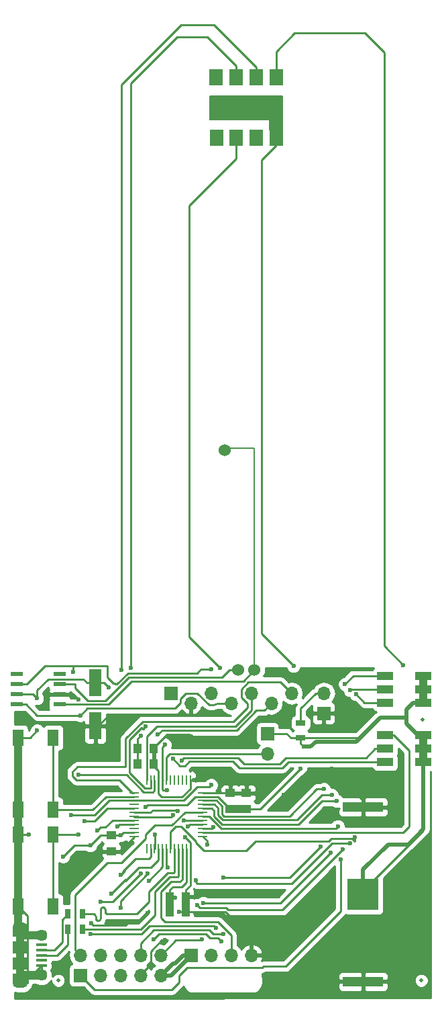
<source format=gtl>
G04 #@! TF.FileFunction,Copper,L1,Top,Signal*
%FSLAX46Y46*%
G04 Gerber Fmt 4.6, Leading zero omitted, Abs format (unit mm)*
G04 Created by KiCad (PCBNEW 4.0.7-e2-6376~58~ubuntu16.04.1) date Mon Apr 29 13:53:35 2019*
%MOMM*%
%LPD*%
G01*
G04 APERTURE LIST*
%ADD10C,0.100000*%
%ADD11C,0.150000*%
%ADD12R,1.600000X3.500000*%
%ADD13R,1.250000X1.000000*%
%ADD14R,1.000000X1.250000*%
%ADD15R,2.000000X1.100000*%
%ADD16R,1.700000X1.700000*%
%ADD17O,1.700000X1.700000*%
%ADD18R,1.900000X1.500000*%
%ADD19C,1.450000*%
%ADD20R,1.350000X0.400000*%
%ADD21O,1.900000X1.200000*%
%ADD22R,1.900000X1.200000*%
%ADD23R,1.300000X0.700000*%
%ADD24R,0.700000X1.300000*%
%ADD25R,1.400000X2.100000*%
%ADD26R,1.680000X2.000000*%
%ADD27R,1.550000X0.600000*%
%ADD28R,0.250000X1.300000*%
%ADD29R,1.300000X0.250000*%
%ADD30R,3.960000X3.960000*%
%ADD31R,5.080000X1.270000*%
%ADD32C,0.500000*%
%ADD33C,1.524000*%
%ADD34C,0.600000*%
%ADD35C,0.250000*%
%ADD36C,1.000000*%
%ADD37C,0.500000*%
%ADD38C,0.254000*%
G04 APERTURE END LIST*
D10*
D11*
G36*
X199523000Y-33090000D02*
X199523000Y-28890000D01*
X199523000Y-28890000D01*
X190323000Y-28890000D01*
X190323000Y-28890000D01*
X190323000Y-31890000D01*
X190323000Y-31890000D01*
X197923000Y-31890000D01*
X197923000Y-31890000D01*
X197923000Y-33090000D01*
X197923000Y-33090000D01*
X199523000Y-33090000D01*
X199523000Y-33090000D01*
G37*
X199523000Y-33090000D02*
X199523000Y-28890000D01*
X199523000Y-28890000D01*
X190323000Y-28890000D01*
X190323000Y-28890000D01*
X190323000Y-31890000D01*
X190323000Y-31890000D01*
X197923000Y-31890000D01*
X197923000Y-31890000D01*
X197923000Y-33090000D01*
X197923000Y-33090000D01*
X199523000Y-33090000D01*
X195948000Y-101240000D02*
X195948000Y-73240000D01*
X195948000Y-73240000D02*
X191948000Y-73240000D01*
D12*
X175895000Y-108237000D03*
X175895000Y-102837000D03*
D13*
X192913000Y-116729000D03*
X192913000Y-118729000D03*
D14*
X183245000Y-111125000D03*
X181245000Y-111125000D03*
D13*
X194945000Y-116729000D03*
X194945000Y-118729000D03*
D14*
X187309000Y-129794000D03*
X185309000Y-129794000D03*
X183245000Y-113030000D03*
X181245000Y-113030000D03*
D13*
X177927000Y-124063000D03*
X177927000Y-122063000D03*
D14*
X187309000Y-131699000D03*
X185309000Y-131699000D03*
D15*
X212484000Y-109425000D03*
X212484000Y-111125000D03*
X212484000Y-112825000D03*
X217284000Y-112825000D03*
X217284000Y-111125000D03*
X217284000Y-109425000D03*
X212484000Y-101932000D03*
X212484000Y-103632000D03*
X212484000Y-105332000D03*
X217284000Y-105332000D03*
X217284000Y-103632000D03*
X217284000Y-101932000D03*
D16*
X185420000Y-104140000D03*
D17*
X187960000Y-105410000D03*
X190500000Y-104140000D03*
X193040000Y-105410000D03*
X195580000Y-104140000D03*
X198120000Y-105410000D03*
X200660000Y-104140000D03*
D16*
X187960000Y-137160000D03*
D17*
X190500000Y-137160000D03*
X193040000Y-137160000D03*
X195580000Y-137160000D03*
D16*
X204724000Y-106680000D03*
D17*
X204724000Y-104140000D03*
D16*
X197612000Y-109220000D03*
D17*
X197612000Y-111760000D03*
D16*
X173990000Y-139700000D03*
D17*
X173990000Y-137160000D03*
X176530000Y-139700000D03*
X176530000Y-137160000D03*
X179070000Y-139700000D03*
X179070000Y-137160000D03*
X181610000Y-139700000D03*
X181610000Y-137160000D03*
X184150000Y-139700000D03*
X184150000Y-137160000D03*
D18*
X166401000Y-138160000D03*
D19*
X169101000Y-134660000D03*
D20*
X169101000Y-136510000D03*
X169101000Y-135860000D03*
X169101000Y-138460000D03*
X169101000Y-137810000D03*
X169101000Y-137160000D03*
D19*
X169101000Y-139660000D03*
D18*
X166401000Y-136160000D03*
D21*
X166401000Y-133660000D03*
X166401000Y-140660000D03*
D22*
X166401000Y-140060000D03*
X166401000Y-134260000D03*
D23*
X201803000Y-107889000D03*
X201803000Y-109789000D03*
D24*
X174305000Y-133858000D03*
X172405000Y-133858000D03*
X174305000Y-131953000D03*
X172405000Y-131953000D03*
D25*
X170576000Y-131020000D03*
X166116000Y-131020000D03*
X170576000Y-121920000D03*
X166116000Y-121920000D03*
X170576000Y-118828000D03*
X166116000Y-118828000D03*
X170576000Y-109728000D03*
X166116000Y-109728000D03*
D26*
X198723000Y-34110000D03*
X196183000Y-34110000D03*
X193643000Y-34110000D03*
X191183000Y-34110000D03*
X191103000Y-26490000D03*
X193643000Y-26490000D03*
X196183000Y-26490000D03*
X198723000Y-26490000D03*
D27*
X165956000Y-101727000D03*
X165956000Y-102997000D03*
X165956000Y-104267000D03*
X165956000Y-105537000D03*
X171356000Y-105537000D03*
X171356000Y-104267000D03*
X171356000Y-102997000D03*
X171356000Y-101727000D03*
D28*
X187862039Y-115061523D03*
X187362039Y-115061523D03*
X186862039Y-115061523D03*
X186362039Y-115061523D03*
X185862039Y-115061523D03*
X185362039Y-115061523D03*
X184862039Y-115061523D03*
X184362039Y-115061523D03*
X183862039Y-115061523D03*
X183362039Y-115061523D03*
X182862039Y-115061523D03*
X182362039Y-115061523D03*
D29*
X180762039Y-116661523D03*
X180762039Y-117161523D03*
X180762039Y-117661523D03*
X180762039Y-118161523D03*
X180762039Y-118661523D03*
X180762039Y-119161523D03*
X180762039Y-119661523D03*
X180762039Y-120161523D03*
X180762039Y-120661523D03*
X180762039Y-121161523D03*
X180762039Y-121661523D03*
X180762039Y-122161523D03*
D28*
X182362039Y-123761523D03*
X182862039Y-123761523D03*
X183362039Y-123761523D03*
X183862039Y-123761523D03*
X184362039Y-123761523D03*
X184862039Y-123761523D03*
X185362039Y-123761523D03*
X185862039Y-123761523D03*
X186362039Y-123761523D03*
X186862039Y-123761523D03*
X187362039Y-123761523D03*
X187862039Y-123761523D03*
D29*
X189462039Y-122161523D03*
X189462039Y-121661523D03*
X189462039Y-121161523D03*
X189462039Y-120661523D03*
X189462039Y-120161523D03*
X189462039Y-119661523D03*
X189462039Y-119161523D03*
X189462039Y-118661523D03*
X189462039Y-118161523D03*
X189462039Y-117661523D03*
X189462039Y-117161523D03*
X189462039Y-116661523D03*
D30*
X209677000Y-129477000D03*
D31*
X209677000Y-118492000D03*
X209677000Y-140462000D03*
D32*
X217170000Y-107442000D03*
X217043000Y-140335000D03*
X171196000Y-140335000D03*
D33*
X192248000Y-73540000D03*
X193948000Y-101240000D03*
X195948000Y-101240000D03*
D34*
X187960000Y-109601000D03*
X196342000Y-116713000D03*
X199644000Y-116967000D03*
X182499000Y-131826000D03*
X175387000Y-133096000D03*
X176022000Y-124841000D03*
X205740000Y-113665000D03*
X199009000Y-140081000D03*
X173736000Y-104902000D03*
X177546000Y-106934000D03*
X192913000Y-115443000D03*
X187198000Y-122301000D03*
X184658000Y-135255000D03*
X186436000Y-131699000D03*
X179070000Y-122047000D03*
X171831000Y-124714000D03*
X167513000Y-121920000D03*
X175260000Y-123317000D03*
X177546000Y-103378000D03*
X202184000Y-110871000D03*
X201803000Y-113665000D03*
X184912000Y-116332000D03*
X182245000Y-118491000D03*
X184658000Y-110617000D03*
X181610000Y-109474000D03*
X168529000Y-104775000D03*
X168529000Y-108839000D03*
X185928000Y-129921000D03*
X200914000Y-100711000D03*
X186309000Y-118999000D03*
X186817000Y-112649000D03*
X185674000Y-112395000D03*
X185674000Y-119507000D03*
X182626000Y-127762000D03*
X188722000Y-130810000D03*
X207137000Y-123825000D03*
X207391000Y-102997000D03*
X184979325Y-126123855D03*
X188538462Y-127710577D03*
X208026000Y-123063000D03*
X208026000Y-103759000D03*
X208661000Y-122301000D03*
X208788000Y-104267000D03*
X190500000Y-115697000D03*
X173101000Y-101473000D03*
X172847000Y-119507000D03*
X190500000Y-101092000D03*
X173990000Y-106934000D03*
X174498000Y-120269000D03*
X183769000Y-109347000D03*
X182245000Y-108331000D03*
X189992000Y-123190000D03*
X206375000Y-117729000D03*
X206502000Y-120904000D03*
X206883000Y-125095000D03*
X175260000Y-134493000D03*
X191135000Y-133731000D03*
X190754000Y-121031000D03*
X176530000Y-130429000D03*
X181610000Y-126873000D03*
X187071000Y-120142000D03*
X176149000Y-121412000D03*
X179070000Y-131191000D03*
X182499000Y-126873000D03*
X187579000Y-120904000D03*
X192024000Y-134493000D03*
X192024000Y-127381000D03*
X204343000Y-123444000D03*
X204724000Y-116205000D03*
X205613000Y-124206000D03*
X205740000Y-116967000D03*
X189357000Y-135128000D03*
X189484000Y-130556000D03*
X173736000Y-121920000D03*
X173736000Y-114427000D03*
X183388000Y-121920000D03*
X191643000Y-100965000D03*
X178689000Y-120904000D03*
X180340000Y-100965000D03*
X177927000Y-129413000D03*
X179197000Y-101219000D03*
X179070000Y-127000000D03*
X183261000Y-135128000D03*
X191770000Y-135382000D03*
X214757000Y-100584000D03*
D35*
X193948000Y-101240000D02*
X192765000Y-101240000D01*
X173355000Y-102997000D02*
X171356000Y-102997000D01*
X173355000Y-103505000D02*
X173355000Y-102997000D01*
X174936998Y-105086998D02*
X173355000Y-103505000D01*
X177165000Y-105086998D02*
X174936998Y-105086998D01*
X180143998Y-102108000D02*
X177165000Y-105086998D01*
X191897000Y-102108000D02*
X180143998Y-102108000D01*
X192765000Y-101240000D02*
X191897000Y-102108000D01*
X180467000Y-102616000D02*
X193548000Y-102616000D01*
X193548000Y-102616000D02*
X194572000Y-102616000D01*
X194572000Y-102616000D02*
X195948000Y-101240000D01*
X171356000Y-105537000D02*
X177546000Y-105537000D01*
X177546000Y-105537000D02*
X180467000Y-102616000D01*
D36*
X187309000Y-129794000D02*
X187309000Y-131699000D01*
D35*
X184912000Y-109347000D02*
X183245000Y-111014000D01*
X187706000Y-109347000D02*
X184912000Y-109347000D01*
X187960000Y-109601000D02*
X187706000Y-109347000D01*
X183245000Y-111014000D02*
X183245000Y-111125000D01*
X205740000Y-113665000D02*
X202946000Y-113665000D01*
X196326000Y-116729000D02*
X194945000Y-116729000D01*
X196342000Y-116713000D02*
X196326000Y-116729000D01*
X202946000Y-113665000D02*
X199644000Y-116967000D01*
X177927000Y-124063000D02*
X176800000Y-124063000D01*
X181483000Y-132842000D02*
X182499000Y-131826000D01*
X180213000Y-132842000D02*
X181483000Y-132842000D01*
X179705000Y-133350000D02*
X180213000Y-132842000D01*
X175641000Y-133350000D02*
X179705000Y-133350000D01*
X175387000Y-133096000D02*
X175641000Y-133350000D01*
X176800000Y-124063000D02*
X176022000Y-124841000D01*
X209677000Y-118492000D02*
X209677000Y-117602000D01*
X209677000Y-117602000D02*
X205740000Y-113665000D01*
X209677000Y-140462000D02*
X199390000Y-140462000D01*
X199390000Y-140462000D02*
X199009000Y-140081000D01*
X175895000Y-108237000D02*
X176243000Y-108237000D01*
X176243000Y-108237000D02*
X177546000Y-106934000D01*
X173101000Y-104267000D02*
X171356000Y-104267000D01*
X173736000Y-104902000D02*
X173101000Y-104267000D01*
X187862039Y-115061523D02*
X187862039Y-116174563D01*
X183862039Y-116806039D02*
X183862039Y-115061523D01*
X184267521Y-117211521D02*
X183862039Y-116806039D01*
X186825081Y-117211521D02*
X184267521Y-117211521D01*
X187862039Y-116174563D02*
X186825081Y-117211521D01*
X192913000Y-115443000D02*
X192913000Y-114935000D01*
X188468477Y-115061523D02*
X187862039Y-115061523D01*
X188976000Y-114554000D02*
X188468477Y-115061523D01*
X192532000Y-114554000D02*
X188976000Y-114554000D01*
X192913000Y-114935000D02*
X192532000Y-114554000D01*
X187862039Y-123761523D02*
X187862039Y-122965039D01*
X192913000Y-115443000D02*
X192913000Y-116729000D01*
X187862039Y-122965039D02*
X187198000Y-122301000D01*
X181610000Y-139700000D02*
X181610000Y-139573000D01*
X181610000Y-139573000D02*
X182880000Y-138303000D01*
X184277000Y-135255000D02*
X184658000Y-135255000D01*
X182880000Y-136652000D02*
X184277000Y-135255000D01*
X182880000Y-138303000D02*
X182880000Y-136652000D01*
X186436000Y-131699000D02*
X187309000Y-131699000D01*
X183245000Y-111125000D02*
X183245000Y-113030000D01*
X183245000Y-113030000D02*
X183245000Y-113268000D01*
X183245000Y-113268000D02*
X183862039Y-113885039D01*
X183862039Y-113885039D02*
X183862039Y-115061523D01*
X175895000Y-108237000D02*
X175420000Y-108237000D01*
X189462039Y-116661523D02*
X192845523Y-116661523D01*
X192845523Y-116661523D02*
X192913000Y-116729000D01*
X192913000Y-116729000D02*
X194945000Y-116729000D01*
X180762039Y-122161523D02*
X180762039Y-122259961D01*
X180762039Y-122259961D02*
X178959000Y-124063000D01*
X178959000Y-124063000D02*
X177927000Y-124063000D01*
X195580000Y-137160000D02*
X195580000Y-135001000D01*
X192278000Y-131699000D02*
X187309000Y-131699000D01*
X195580000Y-135001000D02*
X192278000Y-131699000D01*
X187862039Y-123761523D02*
X187862039Y-128367961D01*
X187309000Y-128921000D02*
X187309000Y-131699000D01*
X187862039Y-128367961D02*
X187309000Y-128921000D01*
D36*
X185309000Y-131699000D02*
X185309000Y-129794000D01*
X194945000Y-118729000D02*
X192913000Y-118729000D01*
D37*
X184150000Y-139700000D02*
X185420000Y-139700000D01*
X184150000Y-139700000D02*
X185674000Y-138176000D01*
X185674000Y-138176000D02*
X185928000Y-138176000D01*
X185928000Y-138176000D02*
X186944000Y-137160000D01*
X186944000Y-137160000D02*
X187960000Y-137160000D01*
X184150000Y-139700000D02*
X185420000Y-139700000D01*
X185420000Y-139700000D02*
X187960000Y-137160000D01*
D36*
X169101000Y-139660000D02*
X166801000Y-139660000D01*
X166801000Y-139660000D02*
X166401000Y-140060000D01*
X166401000Y-140060000D02*
X166401000Y-140660000D01*
X169101000Y-134660000D02*
X166801000Y-134660000D01*
X166801000Y-134660000D02*
X166401000Y-134260000D01*
X166401000Y-134260000D02*
X166401000Y-133660000D01*
X166401000Y-140660000D02*
X166401000Y-133660000D01*
X166401000Y-133660000D02*
X166116000Y-133375000D01*
X166116000Y-133375000D02*
X166116000Y-131020000D01*
X166116000Y-118828000D02*
X166116000Y-109728000D01*
X166116000Y-121920000D02*
X166116000Y-118828000D01*
X166116000Y-131020000D02*
X166116000Y-121920000D01*
D37*
X209677000Y-129477000D02*
X209677000Y-126365000D01*
X217284000Y-121298000D02*
X217284000Y-112825000D01*
X215392000Y-123190000D02*
X217284000Y-121298000D01*
X212852000Y-123190000D02*
X215392000Y-123190000D01*
X209677000Y-126365000D02*
X212852000Y-123190000D01*
X202184000Y-110871000D02*
X203073000Y-110871000D01*
X208788000Y-110236000D02*
X211836000Y-107188000D01*
X203708000Y-110236000D02*
X208788000Y-110236000D01*
X203073000Y-110871000D02*
X203708000Y-110236000D01*
X215138000Y-107188000D02*
X211836000Y-107188000D01*
D35*
X211836000Y-107188000D02*
X209235000Y-109789000D01*
X209235000Y-109789000D02*
X201803000Y-109789000D01*
D37*
X217284000Y-109425000D02*
X216613000Y-109425000D01*
X216613000Y-109425000D02*
X215138000Y-107950000D01*
X215978000Y-105332000D02*
X217284000Y-105332000D01*
X215138000Y-106172000D02*
X215978000Y-105332000D01*
X215138000Y-107950000D02*
X215138000Y-107188000D01*
X215138000Y-107188000D02*
X215138000Y-106172000D01*
D36*
X217284000Y-105332000D02*
X217284000Y-101932000D01*
X217284000Y-112825000D02*
X217284000Y-109425000D01*
D35*
X169101000Y-139660000D02*
X169101000Y-138460000D01*
X169101000Y-138460000D02*
X167501000Y-140060000D01*
X167501000Y-140060000D02*
X166401000Y-140060000D01*
X166401000Y-140060000D02*
X166401000Y-138160000D01*
X166401000Y-138160000D02*
X166401000Y-136160000D01*
X166401000Y-136160000D02*
X166401000Y-133660000D01*
X166401000Y-133660000D02*
X167401000Y-134660000D01*
X167401000Y-134660000D02*
X169101000Y-134660000D01*
X217284000Y-111125000D02*
X217284000Y-109425000D01*
X217284000Y-111125000D02*
X217284000Y-112825000D01*
X217284000Y-103632000D02*
X217284000Y-105332000D01*
X217284000Y-101932000D02*
X217284000Y-103632000D01*
X179070000Y-122047000D02*
X179054000Y-122063000D01*
X175260000Y-123317000D02*
X173228000Y-123317000D01*
X173228000Y-123317000D02*
X171831000Y-124714000D01*
X167513000Y-121920000D02*
X166116000Y-121920000D01*
X175895000Y-102837000D02*
X177005000Y-102837000D01*
X176514000Y-122063000D02*
X177927000Y-122063000D01*
X175260000Y-123317000D02*
X176514000Y-122063000D01*
X177005000Y-102837000D02*
X177546000Y-103378000D01*
X217284000Y-112825000D02*
X217284000Y-121425000D01*
X217284000Y-121425000D02*
X209677000Y-129032000D01*
X209677000Y-129032000D02*
X209677000Y-129477000D01*
X194945000Y-118729000D02*
X196739000Y-118729000D01*
X201803000Y-110490000D02*
X201803000Y-109789000D01*
X202184000Y-110871000D02*
X201803000Y-110490000D01*
X196739000Y-118729000D02*
X201803000Y-113665000D01*
X189462039Y-117161523D02*
X188527477Y-117161523D01*
X184362039Y-116290039D02*
X184362039Y-115111521D01*
X184404000Y-116332000D02*
X184362039Y-116290039D01*
X184912000Y-116332000D02*
X184404000Y-116332000D01*
X182499000Y-118237000D02*
X182245000Y-118491000D01*
X187452000Y-118237000D02*
X182499000Y-118237000D01*
X188527477Y-117161523D02*
X187452000Y-118237000D01*
X184362039Y-115111521D02*
X184412037Y-115061523D01*
X184412037Y-115061523D02*
X184362039Y-115061523D01*
X184362039Y-110912961D02*
X184362039Y-115061523D01*
X184658000Y-110617000D02*
X184362039Y-110912961D01*
X181245000Y-111125000D02*
X181245000Y-109839000D01*
X181245000Y-109839000D02*
X181610000Y-109474000D01*
X175895000Y-102837000D02*
X174846000Y-102837000D01*
X168529000Y-103759000D02*
X168529000Y-104775000D01*
X169926000Y-102362000D02*
X168529000Y-103759000D01*
X174371000Y-102362000D02*
X169926000Y-102362000D01*
X174846000Y-102837000D02*
X174371000Y-102362000D01*
X165956000Y-104267000D02*
X168021000Y-104267000D01*
X167640000Y-109728000D02*
X166116000Y-109728000D01*
X168529000Y-108839000D02*
X167640000Y-109728000D01*
X168021000Y-104267000D02*
X168529000Y-104775000D01*
X185928000Y-129921000D02*
X185801000Y-129794000D01*
X185801000Y-129794000D02*
X185309000Y-129794000D01*
X187960000Y-137160000D02*
X187833000Y-137160000D01*
X187833000Y-137160000D02*
X185293000Y-139700000D01*
X185293000Y-139700000D02*
X184150000Y-139700000D01*
X167290000Y-133660000D02*
X167290000Y-132194000D01*
X167290000Y-132194000D02*
X166116000Y-131020000D01*
X166116000Y-131020000D02*
X166116000Y-118828000D01*
X167290000Y-140660000D02*
X167290000Y-138160000D01*
X167290000Y-138160000D02*
X167290000Y-136160000D01*
X167290000Y-136160000D02*
X167290000Y-133660000D01*
X168804000Y-140060000D02*
X167290000Y-140060000D01*
X169204000Y-139660000D02*
X168804000Y-140060000D01*
X167290000Y-140060000D02*
X167290000Y-140660000D01*
X198723000Y-34110000D02*
X198723000Y-35084000D01*
X198723000Y-35084000D02*
X196850000Y-36957000D01*
X196850000Y-36957000D02*
X196850000Y-96647000D01*
X196850000Y-96647000D02*
X200914000Y-100711000D01*
X181245000Y-111125000D02*
X181245000Y-113030000D01*
X201803000Y-109789000D02*
X200594000Y-109789000D01*
X200594000Y-109789000D02*
X200025000Y-109220000D01*
X200025000Y-109220000D02*
X197612000Y-109220000D01*
X189462039Y-117161523D02*
X191345523Y-117161523D01*
X191345523Y-117161523D02*
X192913000Y-118729000D01*
X180762039Y-121661523D02*
X179455477Y-121661523D01*
X179455477Y-121661523D02*
X179054000Y-122063000D01*
X179054000Y-122063000D02*
X177927000Y-122063000D01*
X187362039Y-123761523D02*
X187362039Y-127978961D01*
X187362039Y-127978961D02*
X186817000Y-128524000D01*
X186817000Y-128524000D02*
X185674000Y-128524000D01*
X185674000Y-128524000D02*
X185309000Y-128889000D01*
X185309000Y-128889000D02*
X185309000Y-131699000D01*
X189462039Y-121661523D02*
X214761477Y-121661523D01*
X213565000Y-109425000D02*
X212484000Y-109425000D01*
X215519000Y-111379000D02*
X213565000Y-109425000D01*
X215519000Y-120904000D02*
X215519000Y-111379000D01*
X214761477Y-121661523D02*
X215519000Y-120904000D01*
X186817000Y-112522000D02*
X186817000Y-112649000D01*
X187071000Y-112268000D02*
X186817000Y-112522000D01*
X212484000Y-111125000D02*
X211180998Y-111125000D01*
X194691000Y-113030000D02*
X193929000Y-112268000D01*
X199193998Y-113030000D02*
X194691000Y-113030000D01*
X199955998Y-112268000D02*
X199193998Y-113030000D01*
X210037998Y-112268000D02*
X199955998Y-112268000D01*
X211180998Y-111125000D02*
X210037998Y-112268000D01*
X193929000Y-112268000D02*
X187071000Y-112268000D01*
X182844477Y-119161523D02*
X180762039Y-119161523D01*
X183134000Y-118872000D02*
X182844477Y-119161523D01*
X186182000Y-118872000D02*
X183134000Y-118872000D01*
X186309000Y-118999000D02*
X186182000Y-118872000D01*
X194437000Y-113538000D02*
X194056000Y-113538000D01*
X185674000Y-119507000D02*
X185469479Y-119711521D01*
X185469479Y-119711521D02*
X180762039Y-119711521D01*
X186563000Y-113284000D02*
X185674000Y-112395000D01*
X187198000Y-113284000D02*
X186563000Y-113284000D01*
X187763998Y-112718002D02*
X187198000Y-113284000D01*
X193236002Y-112718002D02*
X187763998Y-112718002D01*
X194056000Y-113538000D02*
X193236002Y-112718002D01*
X212484000Y-112825000D02*
X200230000Y-112825000D01*
X199517000Y-113538000D02*
X194437000Y-113538000D01*
X194437000Y-113538000D02*
X194367998Y-113538000D01*
X200230000Y-112825000D02*
X199517000Y-113538000D01*
X180762039Y-119711521D02*
X180762039Y-119661523D01*
X207137000Y-123825000D02*
X199517000Y-131445000D01*
X199517000Y-131445000D02*
X192660410Y-131445000D01*
X192660410Y-131445000D02*
X192406410Y-131191000D01*
X192406410Y-131191000D02*
X189103000Y-131191000D01*
X189103000Y-131191000D02*
X188722000Y-130810000D01*
X212484000Y-101932000D02*
X208456000Y-101932000D01*
X184362039Y-126025961D02*
X184362039Y-123761523D01*
X182626000Y-127762000D02*
X184362039Y-126025961D01*
X208456000Y-101932000D02*
X207391000Y-102997000D01*
X184979325Y-126123855D02*
X184862039Y-126006569D01*
X184862039Y-126006569D02*
X184862039Y-123761523D01*
X191516000Y-128143000D02*
X188723410Y-128143000D01*
X188723410Y-128143000D02*
X188538462Y-127958052D01*
X188538462Y-127958052D02*
X188538462Y-127710577D01*
X212484000Y-103632000D02*
X208153000Y-103632000D01*
X200660000Y-128143000D02*
X191516000Y-128143000D01*
X205740000Y-123063000D02*
X200660000Y-128143000D01*
X208026000Y-123063000D02*
X205740000Y-123063000D01*
X208153000Y-103632000D02*
X208026000Y-103759000D01*
X205299284Y-122799001D02*
X196088000Y-122799001D01*
X189611000Y-123952000D02*
X194935001Y-123952000D01*
X194935001Y-123952000D02*
X196088000Y-122799001D01*
X188585001Y-122926001D02*
X189611000Y-123952000D01*
X188585001Y-122799001D02*
X188585001Y-122926001D01*
X208661000Y-122301000D02*
X208661000Y-122772998D01*
X208661000Y-122772998D02*
X208326001Y-122437999D01*
X208326001Y-122437999D02*
X205660286Y-122437999D01*
X205660286Y-122437999D02*
X205299284Y-122799001D01*
X188585001Y-122799001D02*
X186690000Y-120904000D01*
X186690000Y-120904000D02*
X186055000Y-120904000D01*
X186055000Y-120904000D02*
X185362039Y-121596961D01*
X185362039Y-121596961D02*
X185362039Y-123761523D01*
X212484000Y-105332000D02*
X209853000Y-105332000D01*
X209853000Y-105332000D02*
X208788000Y-104267000D01*
X189230000Y-101092000D02*
X190500000Y-101092000D01*
X188849000Y-101473000D02*
X189230000Y-101092000D01*
X180015588Y-101600000D02*
X188849000Y-101600000D01*
X188849000Y-101600000D02*
X188849000Y-101473000D01*
X178618588Y-102997000D02*
X180015588Y-101600000D01*
X178308000Y-102870000D02*
X178435000Y-102997000D01*
X178435000Y-102997000D02*
X178618588Y-102997000D01*
X177419000Y-102108000D02*
X178181000Y-102870000D01*
X178181000Y-102870000D02*
X178308000Y-102870000D01*
X169545000Y-100711000D02*
X177419000Y-100711000D01*
X177419000Y-100711000D02*
X177419000Y-102108000D01*
X187011477Y-117661523D02*
X180762039Y-117661523D01*
X188722000Y-115951000D02*
X187011477Y-117661523D01*
X190246000Y-115951000D02*
X188722000Y-115951000D01*
X190500000Y-115697000D02*
X190246000Y-115951000D01*
X173101000Y-101473000D02*
X173101000Y-100711000D01*
X173101000Y-100711000D02*
X173101000Y-100838000D01*
X180762039Y-117661523D02*
X177613477Y-117661523D01*
X175768000Y-119507000D02*
X172847000Y-119507000D01*
X177613477Y-117661523D02*
X175768000Y-119507000D01*
X165956000Y-102997000D02*
X167259000Y-102997000D01*
X167259000Y-102997000D02*
X169545000Y-100711000D01*
X180762039Y-118661523D02*
X177375477Y-118661523D01*
X175768000Y-120269000D02*
X174498000Y-120269000D01*
X177375477Y-118661523D02*
X175768000Y-120269000D01*
X165956000Y-105537000D02*
X167132000Y-105537000D01*
X185928000Y-106045000D02*
X186595001Y-105377999D01*
X191262000Y-105410000D02*
X193040000Y-105410000D01*
X167132000Y-105537000D02*
X168529000Y-106934000D01*
X168529000Y-106934000D02*
X173990000Y-106934000D01*
X174879000Y-106045000D02*
X185928000Y-106045000D01*
X190232082Y-105611084D02*
X190754000Y-105611084D01*
X173990000Y-106934000D02*
X174879000Y-106045000D01*
X186595001Y-105377999D02*
X186595001Y-104869999D01*
X186595001Y-104869999D02*
X187325000Y-104140000D01*
X187325000Y-104140000D02*
X188760998Y-104140000D01*
X188760998Y-104140000D02*
X190232082Y-105611084D01*
X190754000Y-105611084D02*
X191262000Y-105410000D01*
X182362039Y-115061523D02*
X182362039Y-109610961D01*
X182362039Y-109610961D02*
X183642000Y-108331000D01*
X183642000Y-108331000D02*
X193546590Y-108331000D01*
X193546590Y-108331000D02*
X195580000Y-106297590D01*
X195580000Y-106297590D02*
X195580000Y-105664000D01*
X195580000Y-105664000D02*
X195580000Y-104140000D01*
X181737705Y-108458705D02*
X181909999Y-108630999D01*
X181909999Y-108630999D02*
X181945001Y-108630999D01*
X181945001Y-108630999D02*
X182245000Y-108331000D01*
X180213000Y-109983410D02*
X181737705Y-108458705D01*
X180213000Y-110363000D02*
X180213000Y-109983410D01*
X182862039Y-115061523D02*
X182862039Y-116095961D01*
X197231000Y-106299000D02*
X198120000Y-105410000D01*
X196215000Y-106299000D02*
X197231000Y-106299000D01*
X193732998Y-108781002D02*
X196215000Y-106299000D01*
X184334998Y-108781002D02*
X193732998Y-108781002D01*
X183769000Y-109347000D02*
X184334998Y-108781002D01*
X180213000Y-114173000D02*
X180213000Y-110363000D01*
X182118000Y-116078000D02*
X180213000Y-114173000D01*
X182844078Y-116078000D02*
X182118000Y-116078000D01*
X182862039Y-116095961D02*
X182844078Y-116078000D01*
X180762039Y-116661523D02*
X180542523Y-116661523D01*
X180542523Y-116661523D02*
X178943000Y-115062000D01*
X178943000Y-115062000D02*
X173482000Y-115062000D01*
X173482000Y-115062000D02*
X172974000Y-114554000D01*
X172974000Y-114554000D02*
X172974000Y-114046000D01*
X172974000Y-114046000D02*
X173609000Y-113411000D01*
X173609000Y-113411000D02*
X179705000Y-113411000D01*
X179705000Y-113411000D02*
X179705000Y-110236000D01*
X179705000Y-110236000D02*
X179705000Y-109855000D01*
X179705000Y-109855000D02*
X181864000Y-107696000D01*
X181864000Y-107696000D02*
X193294000Y-107696000D01*
X193294000Y-107696000D02*
X195072000Y-105918000D01*
X195072000Y-105918000D02*
X195072000Y-105410000D01*
X195072000Y-105410000D02*
X194310000Y-104648000D01*
X194310000Y-104648000D02*
X194310000Y-103632000D01*
X194310000Y-103632000D02*
X195199000Y-102743000D01*
X195199000Y-102743000D02*
X199263000Y-102743000D01*
X199263000Y-102743000D02*
X200660000Y-104140000D01*
X189992000Y-123190000D02*
X189992000Y-122691484D01*
X189992000Y-122691484D02*
X189462039Y-122161523D01*
X189474516Y-122174000D02*
X189462039Y-122161523D01*
X186862039Y-123761523D02*
X186862039Y-127589961D01*
X193040000Y-134620000D02*
X193040000Y-137160000D01*
X191389000Y-132969000D02*
X193040000Y-134620000D01*
X184658000Y-132969000D02*
X191389000Y-132969000D01*
X184150000Y-132461000D02*
X184658000Y-132969000D01*
X184150000Y-129159000D02*
X184150000Y-132461000D01*
X185420000Y-127889000D02*
X184150000Y-129159000D01*
X186563000Y-127889000D02*
X185420000Y-127889000D01*
X186862039Y-127589961D02*
X186563000Y-127889000D01*
X196088000Y-120650000D02*
X201549000Y-120650000D01*
X204470000Y-117729000D02*
X206375000Y-117729000D01*
X201549000Y-120650000D02*
X204470000Y-117729000D01*
X189462039Y-118661523D02*
X190601521Y-118661523D01*
X191894204Y-120650000D02*
X196088000Y-120650000D01*
X196088000Y-120650000D02*
X196215000Y-120650000D01*
X190881000Y-119636796D02*
X191894204Y-120650000D01*
X190881000Y-118941002D02*
X190881000Y-119636796D01*
X190601521Y-118661523D02*
X190881000Y-118941002D01*
X204724000Y-104140000D02*
X203708000Y-104140000D01*
X203708000Y-104140000D02*
X201803000Y-106045000D01*
X201803000Y-106045000D02*
X201803000Y-107889000D01*
X197612000Y-111760000D02*
X185293000Y-111760000D01*
X184862039Y-112190961D02*
X184862039Y-115061523D01*
X185293000Y-111760000D02*
X184862039Y-112190961D01*
X206883000Y-131572000D02*
X199898000Y-138557000D01*
X199898000Y-138557000D02*
X197104000Y-138557000D01*
X206883000Y-125095000D02*
X206883000Y-131572000D01*
X206248000Y-121158000D02*
X206502000Y-120904000D01*
X185547000Y-141478000D02*
X175768000Y-141478000D01*
X173990000Y-139700000D02*
X175768000Y-141478000D01*
X190269329Y-119661523D02*
X189462039Y-119661523D01*
X191765806Y-121158000D02*
X196215000Y-121158000D01*
X190269329Y-119661523D02*
X191765806Y-121158000D01*
X196215000Y-121158000D02*
X206248000Y-121158000D01*
X186436000Y-140589000D02*
X185547000Y-141478000D01*
X186436000Y-139700000D02*
X186436000Y-140589000D01*
X187452000Y-138684000D02*
X186436000Y-139700000D01*
X196977000Y-138684000D02*
X187452000Y-138684000D01*
X197104000Y-138557000D02*
X196977000Y-138684000D01*
X189462039Y-119161523D02*
X188249523Y-119161523D01*
X173355000Y-136525000D02*
X173990000Y-137160000D01*
X173355000Y-129540000D02*
X173355000Y-136525000D01*
X177419000Y-125476000D02*
X173355000Y-129540000D01*
X179197000Y-125476000D02*
X177419000Y-125476000D01*
X182245000Y-122428000D02*
X179197000Y-125476000D01*
X182245000Y-121920000D02*
X182245000Y-122428000D01*
X183388000Y-120777000D02*
X182245000Y-121920000D01*
X185545602Y-120777000D02*
X183388000Y-120777000D01*
X187196602Y-119126000D02*
X185545602Y-120777000D01*
X188214000Y-119126000D02*
X187196602Y-119126000D01*
X188249523Y-119161523D02*
X188214000Y-119126000D01*
X189462039Y-121161523D02*
X190623477Y-121161523D01*
X181737000Y-134493000D02*
X175260000Y-134493000D01*
X182753000Y-133477000D02*
X181737000Y-134493000D01*
X190881000Y-133477000D02*
X182753000Y-133477000D01*
X191135000Y-133731000D02*
X190881000Y-133477000D01*
X190623477Y-121161523D02*
X190754000Y-121031000D01*
X189462039Y-120161523D02*
X187090523Y-120161523D01*
X178054000Y-130429000D02*
X176530000Y-130429000D01*
X181610000Y-126873000D02*
X178054000Y-130429000D01*
X187090523Y-120161523D02*
X187071000Y-120142000D01*
X180762039Y-120161523D02*
X178034477Y-120161523D01*
X176530000Y-121031000D02*
X176149000Y-121412000D01*
X177165000Y-121031000D02*
X176530000Y-121031000D01*
X178034477Y-120161523D02*
X177165000Y-121031000D01*
X189462039Y-120661523D02*
X187821477Y-120661523D01*
X179070000Y-130302000D02*
X179070000Y-131191000D01*
X182499000Y-126873000D02*
X179070000Y-130302000D01*
X187821477Y-120661523D02*
X187579000Y-120904000D01*
X196215000Y-119634000D02*
X200406000Y-119634000D01*
X191194523Y-117661523D02*
X191897000Y-118364000D01*
X191897000Y-118364000D02*
X191897000Y-119380000D01*
X191897000Y-119380000D02*
X192151000Y-119634000D01*
X192151000Y-119634000D02*
X196215000Y-119634000D01*
X189462039Y-117661523D02*
X191194523Y-117661523D01*
X181610000Y-135636000D02*
X181610000Y-137160000D01*
X183261000Y-133985000D02*
X181610000Y-135636000D01*
X190246000Y-133985000D02*
X183261000Y-133985000D01*
X190754000Y-134493000D02*
X190246000Y-133985000D01*
X192024000Y-134493000D02*
X190754000Y-134493000D01*
X200406000Y-127381000D02*
X192024000Y-127381000D01*
X204343000Y-123444000D02*
X200406000Y-127381000D01*
X203835000Y-116205000D02*
X204724000Y-116205000D01*
X200406000Y-119634000D02*
X203835000Y-116205000D01*
X201352998Y-120084002D02*
X204470000Y-116967000D01*
X204470000Y-116967000D02*
X205740000Y-116967000D01*
X196088000Y-120084002D02*
X201352998Y-120084002D01*
X186055000Y-135255000D02*
X184150000Y-137160000D01*
X189230000Y-135255000D02*
X186055000Y-135255000D01*
X189357000Y-135128000D02*
X189230000Y-135255000D01*
X199263000Y-130556000D02*
X189484000Y-130556000D01*
X205613000Y-124206000D02*
X199263000Y-130556000D01*
X189462039Y-118161523D02*
X190932523Y-118161523D01*
X191964604Y-120084002D02*
X196088000Y-120084002D01*
X196088000Y-120084002D02*
X196215000Y-120084002D01*
X191389000Y-119508398D02*
X191964604Y-120084002D01*
X191389000Y-118618000D02*
X191389000Y-119508398D01*
X190932523Y-118161523D02*
X191389000Y-118618000D01*
X169101000Y-136510000D02*
X169990000Y-136510000D01*
X170703000Y-136510000D02*
X171704000Y-135509000D01*
X171704000Y-135509000D02*
X171704000Y-132654000D01*
X171704000Y-132654000D02*
X172405000Y-131953000D01*
X169990000Y-136510000D02*
X170703000Y-136510000D01*
X169101000Y-137160000D02*
X169990000Y-137160000D01*
X171069000Y-137160000D02*
X172405000Y-135824000D01*
X172405000Y-135824000D02*
X172405000Y-133858000D01*
X169990000Y-137160000D02*
X171069000Y-137160000D01*
X186362039Y-123761523D02*
X186362039Y-127200961D01*
X181610000Y-133858000D02*
X174305000Y-133858000D01*
X183388000Y-132080000D02*
X181610000Y-133858000D01*
X183388000Y-129159000D02*
X183388000Y-132080000D01*
X185293000Y-127254000D02*
X183388000Y-129159000D01*
X186309000Y-127254000D02*
X185293000Y-127254000D01*
X186362039Y-127200961D02*
X186309000Y-127254000D01*
X185862039Y-123761523D02*
X185862039Y-126684961D01*
X181102000Y-131953000D02*
X177419000Y-131953000D01*
X185862039Y-126684961D02*
X185801000Y-126746000D01*
X185801000Y-126746000D02*
X185039000Y-126746000D01*
X177231953Y-131887549D02*
X177184450Y-131840046D01*
X176489290Y-132617418D02*
X176453549Y-132674299D01*
X176548709Y-131288582D02*
X176526521Y-131351991D01*
X176631953Y-131184198D02*
X176584450Y-131231701D01*
X185039000Y-126746000D02*
X182626000Y-129159000D01*
X176349165Y-132757543D02*
X176285756Y-132779731D01*
X175446639Y-131953000D02*
X174305000Y-131953000D01*
X177126521Y-131719756D02*
X177119000Y-131653000D01*
X177288834Y-131923290D02*
X177231953Y-131887549D01*
X177419000Y-131953000D02*
X177352243Y-131945478D01*
X177148709Y-131783165D02*
X177126521Y-131719756D01*
X182626000Y-129159000D02*
X182626000Y-130429000D01*
X176688834Y-131148457D02*
X176631953Y-131184198D01*
X182626000Y-130429000D02*
X181102000Y-131953000D01*
X177352243Y-131945478D02*
X177288834Y-131923290D01*
X177184450Y-131840046D02*
X177148709Y-131783165D01*
X177111478Y-131351991D02*
X177089290Y-131288582D01*
X177119000Y-131653000D02*
X177119000Y-131418748D01*
X175685756Y-131960522D02*
X175619000Y-131953000D01*
X176519000Y-131418748D02*
X176519000Y-132487252D01*
X177119000Y-131418748D02*
X177111478Y-131351991D01*
X177053549Y-131231701D02*
X177006046Y-131184198D01*
X175911478Y-132186244D02*
X175889290Y-132122835D01*
X177089290Y-131288582D02*
X177053549Y-131231701D01*
X175926521Y-132554009D02*
X175919000Y-132487252D01*
X176511478Y-132554009D02*
X176489290Y-132617418D01*
X177006046Y-131184198D02*
X176949165Y-131148457D01*
X176949165Y-131148457D02*
X176885756Y-131126269D01*
X176752243Y-131126269D02*
X176688834Y-131148457D01*
X175889290Y-132122835D02*
X175853549Y-132065954D01*
X176885756Y-131126269D02*
X176819000Y-131118748D01*
X176406046Y-132721802D02*
X176349165Y-132757543D01*
X176819000Y-131118748D02*
X176752243Y-131126269D01*
X176584450Y-131231701D02*
X176548709Y-131288582D01*
X175749165Y-131982710D02*
X175685756Y-131960522D01*
X176526521Y-131351991D02*
X176519000Y-131418748D01*
X176285756Y-132779731D02*
X176219000Y-132787252D01*
X175919000Y-132487252D02*
X175919000Y-132253000D01*
X176519000Y-132487252D02*
X176511478Y-132554009D01*
X176219000Y-132787252D02*
X176152243Y-132779731D01*
X176453549Y-132674299D02*
X176406046Y-132721802D01*
X176152243Y-132779731D02*
X176088834Y-132757543D01*
X176088834Y-132757543D02*
X176031953Y-132721802D01*
X176031953Y-132721802D02*
X175984450Y-132674299D01*
X175984450Y-132674299D02*
X175948709Y-132617418D01*
X175948709Y-132617418D02*
X175926521Y-132554009D01*
X175919000Y-132253000D02*
X175911478Y-132186244D01*
X175853549Y-132065954D02*
X175806046Y-132018451D01*
X175806046Y-132018451D02*
X175749165Y-131982710D01*
X175619000Y-131953000D02*
X175446639Y-131953000D01*
X170576000Y-121920000D02*
X170576000Y-131020000D01*
X183362039Y-115061523D02*
X183362039Y-116357961D01*
X173736000Y-121920000D02*
X170576000Y-121920000D01*
X179830602Y-114427000D02*
X173736000Y-114427000D01*
X181989602Y-116586000D02*
X179830602Y-114427000D01*
X183134000Y-116586000D02*
X181989602Y-116586000D01*
X183362039Y-116357961D02*
X183134000Y-116586000D01*
X170576000Y-118828000D02*
X170576000Y-109728000D01*
X170576000Y-118828000D02*
X175558000Y-118828000D01*
X177224477Y-117161523D02*
X180762039Y-117161523D01*
X175558000Y-118828000D02*
X177224477Y-117161523D01*
X193643000Y-34110000D02*
X193643000Y-36735000D01*
X183412037Y-121944037D02*
X183412037Y-123711525D01*
X183388000Y-121920000D02*
X183412037Y-121944037D01*
X187706000Y-97028000D02*
X191643000Y-100965000D01*
X187706000Y-42672000D02*
X187706000Y-97028000D01*
X193643000Y-36735000D02*
X187706000Y-42672000D01*
X183412037Y-123711525D02*
X183362039Y-123761523D01*
X186944000Y-21463000D02*
X186182000Y-21463000D01*
X193643000Y-25114000D02*
X189992000Y-21463000D01*
X189992000Y-21463000D02*
X186944000Y-21463000D01*
X193643000Y-26490000D02*
X193643000Y-25114000D01*
X178931477Y-120661523D02*
X180762039Y-120661523D01*
X178689000Y-120904000D02*
X178931477Y-120661523D01*
X180340000Y-27305000D02*
X180340000Y-100965000D01*
X186182000Y-21463000D02*
X180340000Y-27305000D01*
X186944000Y-19939000D02*
X186690000Y-19939000D01*
X179705000Y-127635000D02*
X179832000Y-127635000D01*
X177927000Y-129413000D02*
X179705000Y-127635000D01*
X179197000Y-27432000D02*
X179197000Y-101219000D01*
X186690000Y-19939000D02*
X179197000Y-27432000D01*
X196183000Y-26490000D02*
X196183000Y-25241000D01*
X190881000Y-19939000D02*
X186944000Y-19939000D01*
X186944000Y-19939000D02*
X186817000Y-19939000D01*
X196183000Y-25241000D02*
X190881000Y-19939000D01*
X183862039Y-123761523D02*
X183862039Y-125128961D01*
X181356000Y-126111000D02*
X179832000Y-127635000D01*
X182880000Y-126111000D02*
X181356000Y-126111000D01*
X183862039Y-125128961D02*
X182880000Y-126111000D01*
X179832000Y-127635000D02*
X179705000Y-127762000D01*
X212344000Y-23368000D02*
X212344000Y-98171000D01*
X198723000Y-23273000D02*
X201041000Y-20955000D01*
X201041000Y-20955000D02*
X209931000Y-20955000D01*
X209931000Y-20955000D02*
X212344000Y-23368000D01*
X198723000Y-26490000D02*
X198723000Y-23273000D01*
X179578000Y-126365000D02*
X180975000Y-124968000D01*
X179578000Y-126492000D02*
X179578000Y-126365000D01*
X179070000Y-127000000D02*
X179578000Y-126492000D01*
X183896000Y-134493000D02*
X183261000Y-135128000D01*
X189865000Y-134493000D02*
X183896000Y-134493000D01*
X190373000Y-135001000D02*
X189865000Y-134493000D01*
X191389000Y-135001000D02*
X190373000Y-135001000D01*
X191770000Y-135382000D02*
X191389000Y-135001000D01*
X212344000Y-98171000D02*
X214757000Y-100584000D01*
X182862039Y-123761523D02*
X182862039Y-124731961D01*
X180975000Y-124968000D02*
X179387500Y-126555500D01*
X179387500Y-126555500D02*
X179324000Y-126619000D01*
X182626000Y-124968000D02*
X180975000Y-124968000D01*
X182862039Y-124731961D02*
X182626000Y-124968000D01*
D38*
G36*
X218243000Y-142244936D02*
X218191955Y-142501556D01*
X165752072Y-142617317D01*
X165683000Y-142270073D01*
X165683000Y-141827977D01*
X166019948Y-141895000D01*
X166782052Y-141895000D01*
X167254666Y-141800991D01*
X167655329Y-141533277D01*
X167923043Y-141132614D01*
X167945234Y-141021050D01*
X167992148Y-140950839D01*
X168018174Y-140820000D01*
X168348208Y-140820000D01*
X168829292Y-141019763D01*
X169370334Y-141020236D01*
X169870372Y-140813624D01*
X170253280Y-140431384D01*
X170311037Y-140292289D01*
X170310847Y-140510265D01*
X170445296Y-140835657D01*
X170694033Y-141084829D01*
X171019190Y-141219846D01*
X171371265Y-141220153D01*
X171696657Y-141085704D01*
X171945829Y-140836967D01*
X172080846Y-140511810D01*
X172081153Y-140159735D01*
X171946704Y-139834343D01*
X171697967Y-139585171D01*
X171372810Y-139450154D01*
X171020735Y-139449847D01*
X170695343Y-139584296D01*
X170460862Y-139818368D01*
X170461236Y-139390666D01*
X170304493Y-139011320D01*
X170372431Y-138911890D01*
X170423440Y-138660000D01*
X170423440Y-138260000D01*
X170399056Y-138130411D01*
X170423440Y-138010000D01*
X170423440Y-137920000D01*
X171069000Y-137920000D01*
X171359839Y-137862148D01*
X171606401Y-137697401D01*
X172587463Y-136716339D01*
X172505000Y-137130907D01*
X172505000Y-137189093D01*
X172618039Y-137757378D01*
X172939946Y-138239147D01*
X172941179Y-138239971D01*
X172904683Y-138246838D01*
X172688559Y-138385910D01*
X172543569Y-138598110D01*
X172492560Y-138850000D01*
X172492560Y-140550000D01*
X172536838Y-140785317D01*
X172675910Y-141001441D01*
X172888110Y-141146431D01*
X173140000Y-141197440D01*
X174412638Y-141197440D01*
X175230599Y-142015401D01*
X175477161Y-142180148D01*
X175768000Y-142238000D01*
X185547000Y-142238000D01*
X185837839Y-142180148D01*
X186084401Y-142015401D01*
X186973401Y-141126401D01*
X187018029Y-141059611D01*
X187051938Y-141141476D01*
X187066094Y-141175651D01*
X187372657Y-141634455D01*
X187422103Y-141683901D01*
X187460954Y-141742046D01*
X187519099Y-141780897D01*
X187568545Y-141830343D01*
X187633152Y-141857104D01*
X187691295Y-141895954D01*
X187759877Y-141909596D01*
X187824486Y-141936358D01*
X187894416Y-141936358D01*
X187963000Y-141950000D01*
X195963000Y-141950000D01*
X196031584Y-141936358D01*
X196101514Y-141936358D01*
X196166123Y-141909596D01*
X196234705Y-141895954D01*
X196292848Y-141857104D01*
X196357455Y-141830343D01*
X196406901Y-141780897D01*
X196465046Y-141742046D01*
X196503897Y-141683901D01*
X196553343Y-141634455D01*
X196859907Y-141175651D01*
X196957268Y-140940599D01*
X196965920Y-140919711D01*
X197000125Y-140747750D01*
X206502000Y-140747750D01*
X206502000Y-141223309D01*
X206598673Y-141456698D01*
X206777301Y-141635327D01*
X207010690Y-141732000D01*
X209391250Y-141732000D01*
X209550000Y-141573250D01*
X209550000Y-140589000D01*
X209804000Y-140589000D01*
X209804000Y-141573250D01*
X209962750Y-141732000D01*
X212343310Y-141732000D01*
X212576699Y-141635327D01*
X212755327Y-141456698D01*
X212852000Y-141223309D01*
X212852000Y-140747750D01*
X212693250Y-140589000D01*
X209804000Y-140589000D01*
X209550000Y-140589000D01*
X206660750Y-140589000D01*
X206502000Y-140747750D01*
X197000125Y-140747750D01*
X197047363Y-140510265D01*
X216157847Y-140510265D01*
X216292296Y-140835657D01*
X216541033Y-141084829D01*
X216866190Y-141219846D01*
X217218265Y-141220153D01*
X217543657Y-141085704D01*
X217792829Y-140836967D01*
X217927846Y-140511810D01*
X217928153Y-140159735D01*
X217793704Y-139834343D01*
X217544967Y-139585171D01*
X217219810Y-139450154D01*
X216867735Y-139449847D01*
X216542343Y-139584296D01*
X216293171Y-139833033D01*
X216158154Y-140158190D01*
X216157847Y-140510265D01*
X197047363Y-140510265D01*
X197073571Y-140378514D01*
X197073571Y-140101485D01*
X196993848Y-139700691D01*
X206502000Y-139700691D01*
X206502000Y-140176250D01*
X206660750Y-140335000D01*
X209550000Y-140335000D01*
X209550000Y-139350750D01*
X209804000Y-139350750D01*
X209804000Y-140335000D01*
X212693250Y-140335000D01*
X212852000Y-140176250D01*
X212852000Y-139700691D01*
X212755327Y-139467302D01*
X212576699Y-139288673D01*
X212343310Y-139192000D01*
X209962750Y-139192000D01*
X209804000Y-139350750D01*
X209550000Y-139350750D01*
X209391250Y-139192000D01*
X207010690Y-139192000D01*
X206777301Y-139288673D01*
X206598673Y-139467302D01*
X206502000Y-139700691D01*
X196993848Y-139700691D01*
X196965920Y-139560289D01*
X196934869Y-139485327D01*
X196917752Y-139444000D01*
X196977000Y-139444000D01*
X197267839Y-139386148D01*
X197371327Y-139317000D01*
X199898000Y-139317000D01*
X200188839Y-139259148D01*
X200435401Y-139094401D01*
X207420401Y-132109401D01*
X207456287Y-132055694D01*
X207697000Y-132104440D01*
X211657000Y-132104440D01*
X211892317Y-132060162D01*
X212108441Y-131921090D01*
X212253431Y-131708890D01*
X212304440Y-131457000D01*
X212304440Y-127497000D01*
X212301647Y-127482155D01*
X215867777Y-123916025D01*
X216017790Y-123815790D01*
X217909787Y-121923792D01*
X217909790Y-121923790D01*
X218101633Y-121636675D01*
X218126910Y-121509599D01*
X218169001Y-121298000D01*
X218169000Y-121297995D01*
X218169000Y-114022440D01*
X218243000Y-114022440D01*
X218243000Y-142244936D01*
X218243000Y-142244936D01*
G37*
X218243000Y-142244936D02*
X218191955Y-142501556D01*
X165752072Y-142617317D01*
X165683000Y-142270073D01*
X165683000Y-141827977D01*
X166019948Y-141895000D01*
X166782052Y-141895000D01*
X167254666Y-141800991D01*
X167655329Y-141533277D01*
X167923043Y-141132614D01*
X167945234Y-141021050D01*
X167992148Y-140950839D01*
X168018174Y-140820000D01*
X168348208Y-140820000D01*
X168829292Y-141019763D01*
X169370334Y-141020236D01*
X169870372Y-140813624D01*
X170253280Y-140431384D01*
X170311037Y-140292289D01*
X170310847Y-140510265D01*
X170445296Y-140835657D01*
X170694033Y-141084829D01*
X171019190Y-141219846D01*
X171371265Y-141220153D01*
X171696657Y-141085704D01*
X171945829Y-140836967D01*
X172080846Y-140511810D01*
X172081153Y-140159735D01*
X171946704Y-139834343D01*
X171697967Y-139585171D01*
X171372810Y-139450154D01*
X171020735Y-139449847D01*
X170695343Y-139584296D01*
X170460862Y-139818368D01*
X170461236Y-139390666D01*
X170304493Y-139011320D01*
X170372431Y-138911890D01*
X170423440Y-138660000D01*
X170423440Y-138260000D01*
X170399056Y-138130411D01*
X170423440Y-138010000D01*
X170423440Y-137920000D01*
X171069000Y-137920000D01*
X171359839Y-137862148D01*
X171606401Y-137697401D01*
X172587463Y-136716339D01*
X172505000Y-137130907D01*
X172505000Y-137189093D01*
X172618039Y-137757378D01*
X172939946Y-138239147D01*
X172941179Y-138239971D01*
X172904683Y-138246838D01*
X172688559Y-138385910D01*
X172543569Y-138598110D01*
X172492560Y-138850000D01*
X172492560Y-140550000D01*
X172536838Y-140785317D01*
X172675910Y-141001441D01*
X172888110Y-141146431D01*
X173140000Y-141197440D01*
X174412638Y-141197440D01*
X175230599Y-142015401D01*
X175477161Y-142180148D01*
X175768000Y-142238000D01*
X185547000Y-142238000D01*
X185837839Y-142180148D01*
X186084401Y-142015401D01*
X186973401Y-141126401D01*
X187018029Y-141059611D01*
X187051938Y-141141476D01*
X187066094Y-141175651D01*
X187372657Y-141634455D01*
X187422103Y-141683901D01*
X187460954Y-141742046D01*
X187519099Y-141780897D01*
X187568545Y-141830343D01*
X187633152Y-141857104D01*
X187691295Y-141895954D01*
X187759877Y-141909596D01*
X187824486Y-141936358D01*
X187894416Y-141936358D01*
X187963000Y-141950000D01*
X195963000Y-141950000D01*
X196031584Y-141936358D01*
X196101514Y-141936358D01*
X196166123Y-141909596D01*
X196234705Y-141895954D01*
X196292848Y-141857104D01*
X196357455Y-141830343D01*
X196406901Y-141780897D01*
X196465046Y-141742046D01*
X196503897Y-141683901D01*
X196553343Y-141634455D01*
X196859907Y-141175651D01*
X196957268Y-140940599D01*
X196965920Y-140919711D01*
X197000125Y-140747750D01*
X206502000Y-140747750D01*
X206502000Y-141223309D01*
X206598673Y-141456698D01*
X206777301Y-141635327D01*
X207010690Y-141732000D01*
X209391250Y-141732000D01*
X209550000Y-141573250D01*
X209550000Y-140589000D01*
X209804000Y-140589000D01*
X209804000Y-141573250D01*
X209962750Y-141732000D01*
X212343310Y-141732000D01*
X212576699Y-141635327D01*
X212755327Y-141456698D01*
X212852000Y-141223309D01*
X212852000Y-140747750D01*
X212693250Y-140589000D01*
X209804000Y-140589000D01*
X209550000Y-140589000D01*
X206660750Y-140589000D01*
X206502000Y-140747750D01*
X197000125Y-140747750D01*
X197047363Y-140510265D01*
X216157847Y-140510265D01*
X216292296Y-140835657D01*
X216541033Y-141084829D01*
X216866190Y-141219846D01*
X217218265Y-141220153D01*
X217543657Y-141085704D01*
X217792829Y-140836967D01*
X217927846Y-140511810D01*
X217928153Y-140159735D01*
X217793704Y-139834343D01*
X217544967Y-139585171D01*
X217219810Y-139450154D01*
X216867735Y-139449847D01*
X216542343Y-139584296D01*
X216293171Y-139833033D01*
X216158154Y-140158190D01*
X216157847Y-140510265D01*
X197047363Y-140510265D01*
X197073571Y-140378514D01*
X197073571Y-140101485D01*
X196993848Y-139700691D01*
X206502000Y-139700691D01*
X206502000Y-140176250D01*
X206660750Y-140335000D01*
X209550000Y-140335000D01*
X209550000Y-139350750D01*
X209804000Y-139350750D01*
X209804000Y-140335000D01*
X212693250Y-140335000D01*
X212852000Y-140176250D01*
X212852000Y-139700691D01*
X212755327Y-139467302D01*
X212576699Y-139288673D01*
X212343310Y-139192000D01*
X209962750Y-139192000D01*
X209804000Y-139350750D01*
X209550000Y-139350750D01*
X209391250Y-139192000D01*
X207010690Y-139192000D01*
X206777301Y-139288673D01*
X206598673Y-139467302D01*
X206502000Y-139700691D01*
X196993848Y-139700691D01*
X196965920Y-139560289D01*
X196934869Y-139485327D01*
X196917752Y-139444000D01*
X196977000Y-139444000D01*
X197267839Y-139386148D01*
X197371327Y-139317000D01*
X199898000Y-139317000D01*
X200188839Y-139259148D01*
X200435401Y-139094401D01*
X207420401Y-132109401D01*
X207456287Y-132055694D01*
X207697000Y-132104440D01*
X211657000Y-132104440D01*
X211892317Y-132060162D01*
X212108441Y-131921090D01*
X212253431Y-131708890D01*
X212304440Y-131457000D01*
X212304440Y-127497000D01*
X212301647Y-127482155D01*
X215867777Y-123916025D01*
X216017790Y-123815790D01*
X217909787Y-121923792D01*
X217909790Y-121923790D01*
X218101633Y-121636675D01*
X218126910Y-121509599D01*
X218169001Y-121298000D01*
X218169000Y-121297995D01*
X218169000Y-114022440D01*
X218243000Y-114022440D01*
X218243000Y-142244936D01*
G36*
X181737000Y-139573000D02*
X181757000Y-139573000D01*
X181757000Y-139827000D01*
X181737000Y-139827000D01*
X181737000Y-139847000D01*
X181483000Y-139847000D01*
X181483000Y-139827000D01*
X181463000Y-139827000D01*
X181463000Y-139573000D01*
X181483000Y-139573000D01*
X181483000Y-139553000D01*
X181737000Y-139553000D01*
X181737000Y-139573000D01*
X181737000Y-139573000D01*
G37*
X181737000Y-139573000D02*
X181757000Y-139573000D01*
X181757000Y-139827000D01*
X181737000Y-139827000D01*
X181737000Y-139847000D01*
X181483000Y-139847000D01*
X181483000Y-139827000D01*
X181463000Y-139827000D01*
X181463000Y-139573000D01*
X181483000Y-139573000D01*
X181483000Y-139553000D01*
X181737000Y-139553000D01*
X181737000Y-139573000D01*
G36*
X183099946Y-138239147D02*
X183385578Y-138430000D01*
X183099946Y-138620853D01*
X182872298Y-138961553D01*
X182805183Y-138818642D01*
X182376924Y-138428355D01*
X182376899Y-138428345D01*
X182660054Y-138239147D01*
X182880000Y-137909974D01*
X183099946Y-138239147D01*
X183099946Y-138239147D01*
G37*
X183099946Y-138239147D02*
X183385578Y-138430000D01*
X183099946Y-138620853D01*
X182872298Y-138961553D01*
X182805183Y-138818642D01*
X182376924Y-138428355D01*
X182376899Y-138428345D01*
X182660054Y-138239147D01*
X182880000Y-137909974D01*
X183099946Y-138239147D01*
G36*
X206123000Y-131257198D02*
X199583198Y-137797000D01*
X197104000Y-137797000D01*
X196867883Y-137843967D01*
X197021486Y-137516892D01*
X196900819Y-137287000D01*
X195707000Y-137287000D01*
X195707000Y-137307000D01*
X195453000Y-137307000D01*
X195453000Y-137287000D01*
X195433000Y-137287000D01*
X195433000Y-137033000D01*
X195453000Y-137033000D01*
X195453000Y-135839845D01*
X195707000Y-135839845D01*
X195707000Y-137033000D01*
X196900819Y-137033000D01*
X197021486Y-136803108D01*
X196775183Y-136278642D01*
X196346924Y-135888355D01*
X195936890Y-135718524D01*
X195707000Y-135839845D01*
X195453000Y-135839845D01*
X195223110Y-135718524D01*
X194813076Y-135888355D01*
X194384817Y-136278642D01*
X194317702Y-136421553D01*
X194090054Y-136080853D01*
X193800000Y-135887046D01*
X193800000Y-134620000D01*
X193742148Y-134329161D01*
X193577401Y-134082599D01*
X191926401Y-132431599D01*
X191679839Y-132266852D01*
X191389000Y-132209000D01*
X188444000Y-132209000D01*
X188444000Y-131984750D01*
X188285252Y-131826002D01*
X188444000Y-131826002D01*
X188444000Y-131706968D01*
X188535201Y-131744838D01*
X188590270Y-131744886D01*
X188812160Y-131893148D01*
X189103000Y-131951000D01*
X192091608Y-131951000D01*
X192123009Y-131982401D01*
X192369570Y-132147148D01*
X192660410Y-132205000D01*
X199517000Y-132205000D01*
X199807839Y-132147148D01*
X200054401Y-131982401D01*
X206123000Y-125913802D01*
X206123000Y-131257198D01*
X206123000Y-131257198D01*
G37*
X206123000Y-131257198D02*
X199583198Y-137797000D01*
X197104000Y-137797000D01*
X196867883Y-137843967D01*
X197021486Y-137516892D01*
X196900819Y-137287000D01*
X195707000Y-137287000D01*
X195707000Y-137307000D01*
X195453000Y-137307000D01*
X195453000Y-137287000D01*
X195433000Y-137287000D01*
X195433000Y-137033000D01*
X195453000Y-137033000D01*
X195453000Y-135839845D01*
X195707000Y-135839845D01*
X195707000Y-137033000D01*
X196900819Y-137033000D01*
X197021486Y-136803108D01*
X196775183Y-136278642D01*
X196346924Y-135888355D01*
X195936890Y-135718524D01*
X195707000Y-135839845D01*
X195453000Y-135839845D01*
X195223110Y-135718524D01*
X194813076Y-135888355D01*
X194384817Y-136278642D01*
X194317702Y-136421553D01*
X194090054Y-136080853D01*
X193800000Y-135887046D01*
X193800000Y-134620000D01*
X193742148Y-134329161D01*
X193577401Y-134082599D01*
X191926401Y-132431599D01*
X191679839Y-132266852D01*
X191389000Y-132209000D01*
X188444000Y-132209000D01*
X188444000Y-131984750D01*
X188285252Y-131826002D01*
X188444000Y-131826002D01*
X188444000Y-131706968D01*
X188535201Y-131744838D01*
X188590270Y-131744886D01*
X188812160Y-131893148D01*
X189103000Y-131951000D01*
X192091608Y-131951000D01*
X192123009Y-131982401D01*
X192369570Y-132147148D01*
X192660410Y-132205000D01*
X199517000Y-132205000D01*
X199807839Y-132147148D01*
X200054401Y-131982401D01*
X206123000Y-125913802D01*
X206123000Y-131257198D01*
G36*
X184516408Y-135718790D02*
X184150000Y-135645907D01*
X184044640Y-135666865D01*
X184053192Y-135658327D01*
X184195838Y-135314799D01*
X184195879Y-135267923D01*
X184210802Y-135253000D01*
X184982198Y-135253000D01*
X184516408Y-135718790D01*
X184516408Y-135718790D01*
G37*
X184516408Y-135718790D02*
X184150000Y-135645907D01*
X184044640Y-135666865D01*
X184053192Y-135658327D01*
X184195838Y-135314799D01*
X184195879Y-135267923D01*
X184210802Y-135253000D01*
X184982198Y-135253000D01*
X184516408Y-135718790D01*
G36*
X182628000Y-131765198D02*
X181295198Y-133098000D01*
X177078760Y-133098000D01*
X177097058Y-133078646D01*
X177132799Y-133021765D01*
X177152705Y-132969616D01*
X177155697Y-132965139D01*
X177157093Y-132958123D01*
X177163253Y-132941984D01*
X177172032Y-132927102D01*
X177176646Y-132921638D01*
X177178281Y-132916509D01*
X177206641Y-132868432D01*
X177228829Y-132805023D01*
X177236632Y-132749754D01*
X177238551Y-132744726D01*
X177238351Y-132737579D01*
X177240766Y-132720466D01*
X177248919Y-132694889D01*
X177267147Y-132700699D01*
X177333903Y-132708221D01*
X177376789Y-132704604D01*
X177419000Y-132713000D01*
X181102000Y-132713000D01*
X181392839Y-132655148D01*
X181639401Y-132490401D01*
X182628000Y-131501802D01*
X182628000Y-131765198D01*
X182628000Y-131765198D01*
G37*
X182628000Y-131765198D02*
X181295198Y-133098000D01*
X177078760Y-133098000D01*
X177097058Y-133078646D01*
X177132799Y-133021765D01*
X177152705Y-132969616D01*
X177155697Y-132965139D01*
X177157093Y-132958123D01*
X177163253Y-132941984D01*
X177172032Y-132927102D01*
X177176646Y-132921638D01*
X177178281Y-132916509D01*
X177206641Y-132868432D01*
X177228829Y-132805023D01*
X177236632Y-132749754D01*
X177238551Y-132744726D01*
X177238351Y-132737579D01*
X177240766Y-132720466D01*
X177248919Y-132694889D01*
X177267147Y-132700699D01*
X177333903Y-132708221D01*
X177376789Y-132704604D01*
X177419000Y-132713000D01*
X181102000Y-132713000D01*
X181392839Y-132655148D01*
X181639401Y-132490401D01*
X182628000Y-131501802D01*
X182628000Y-131765198D01*
G36*
X188432571Y-128845148D02*
X188723410Y-128903000D01*
X199841198Y-128903000D01*
X198948198Y-129796000D01*
X190046463Y-129796000D01*
X190014327Y-129763808D01*
X189670799Y-129621162D01*
X189298833Y-129620838D01*
X188955057Y-129762883D01*
X188842640Y-129875104D01*
X188536833Y-129874838D01*
X188326143Y-129961893D01*
X188285250Y-129921000D01*
X187436000Y-129921000D01*
X187436000Y-131572000D01*
X187456000Y-131572000D01*
X187456000Y-131826000D01*
X187436000Y-131826000D01*
X187436000Y-131846000D01*
X187182000Y-131846000D01*
X187182000Y-131826000D01*
X187162000Y-131826000D01*
X187162000Y-131572000D01*
X187182000Y-131572000D01*
X187182000Y-129921000D01*
X187162000Y-129921000D01*
X187162000Y-129667000D01*
X187182000Y-129667000D01*
X187182000Y-129647000D01*
X187436000Y-129647000D01*
X187436000Y-129667000D01*
X188285250Y-129667000D01*
X188444000Y-129508250D01*
X188444000Y-129042690D01*
X188347327Y-128809301D01*
X188283705Y-128745679D01*
X188432571Y-128845148D01*
X188432571Y-128845148D01*
G37*
X188432571Y-128845148D02*
X188723410Y-128903000D01*
X199841198Y-128903000D01*
X198948198Y-129796000D01*
X190046463Y-129796000D01*
X190014327Y-129763808D01*
X189670799Y-129621162D01*
X189298833Y-129620838D01*
X188955057Y-129762883D01*
X188842640Y-129875104D01*
X188536833Y-129874838D01*
X188326143Y-129961893D01*
X188285250Y-129921000D01*
X187436000Y-129921000D01*
X187436000Y-131572000D01*
X187456000Y-131572000D01*
X187456000Y-131826000D01*
X187436000Y-131826000D01*
X187436000Y-131846000D01*
X187182000Y-131846000D01*
X187182000Y-131826000D01*
X187162000Y-131826000D01*
X187162000Y-131572000D01*
X187182000Y-131572000D01*
X187182000Y-129921000D01*
X187162000Y-129921000D01*
X187162000Y-129667000D01*
X187182000Y-129667000D01*
X187182000Y-129647000D01*
X187436000Y-129647000D01*
X187436000Y-129667000D01*
X188285250Y-129667000D01*
X188444000Y-129508250D01*
X188444000Y-129042690D01*
X188347327Y-128809301D01*
X188283705Y-128745679D01*
X188432571Y-128845148D01*
G36*
X179752341Y-122824850D02*
X179985730Y-122921523D01*
X180476289Y-122921523D01*
X180635037Y-122762775D01*
X180635037Y-122921523D01*
X180676675Y-122921523D01*
X179187000Y-124411198D01*
X179187000Y-124348750D01*
X179028250Y-124190000D01*
X178054000Y-124190000D01*
X178054000Y-124210000D01*
X177800000Y-124210000D01*
X177800000Y-124190000D01*
X176825750Y-124190000D01*
X176667000Y-124348750D01*
X176667000Y-124689309D01*
X176763673Y-124922698D01*
X176830586Y-124989612D01*
X172817599Y-129002599D01*
X172652852Y-129249161D01*
X172595000Y-129540000D01*
X172595000Y-130655560D01*
X172055000Y-130655560D01*
X171923440Y-130680315D01*
X171923440Y-129970000D01*
X171879162Y-129734683D01*
X171740090Y-129518559D01*
X171527890Y-129373569D01*
X171336000Y-129334710D01*
X171336000Y-125520861D01*
X171644201Y-125648838D01*
X172016167Y-125649162D01*
X172359943Y-125507117D01*
X172623192Y-125244327D01*
X172765838Y-124900799D01*
X172765879Y-124853923D01*
X173542802Y-124077000D01*
X174697537Y-124077000D01*
X174729673Y-124109192D01*
X175073201Y-124251838D01*
X175445167Y-124252162D01*
X175788943Y-124110117D01*
X176052192Y-123847327D01*
X176194838Y-123503799D01*
X176194879Y-123456923D01*
X176759388Y-122892414D01*
X176837910Y-123014441D01*
X176906006Y-123060969D01*
X176763673Y-123203302D01*
X176667000Y-123436691D01*
X176667000Y-123777250D01*
X176825750Y-123936000D01*
X177800000Y-123936000D01*
X177800000Y-123916000D01*
X178054000Y-123916000D01*
X178054000Y-123936000D01*
X179028250Y-123936000D01*
X179187000Y-123777250D01*
X179187000Y-123436691D01*
X179090327Y-123203302D01*
X178949090Y-123062064D01*
X179003441Y-123027090D01*
X179034270Y-122981970D01*
X179255167Y-122982162D01*
X179598943Y-122840117D01*
X179683349Y-122755858D01*
X179752341Y-122824850D01*
X179752341Y-122824850D01*
G37*
X179752341Y-122824850D02*
X179985730Y-122921523D01*
X180476289Y-122921523D01*
X180635037Y-122762775D01*
X180635037Y-122921523D01*
X180676675Y-122921523D01*
X179187000Y-124411198D01*
X179187000Y-124348750D01*
X179028250Y-124190000D01*
X178054000Y-124190000D01*
X178054000Y-124210000D01*
X177800000Y-124210000D01*
X177800000Y-124190000D01*
X176825750Y-124190000D01*
X176667000Y-124348750D01*
X176667000Y-124689309D01*
X176763673Y-124922698D01*
X176830586Y-124989612D01*
X172817599Y-129002599D01*
X172652852Y-129249161D01*
X172595000Y-129540000D01*
X172595000Y-130655560D01*
X172055000Y-130655560D01*
X171923440Y-130680315D01*
X171923440Y-129970000D01*
X171879162Y-129734683D01*
X171740090Y-129518559D01*
X171527890Y-129373569D01*
X171336000Y-129334710D01*
X171336000Y-125520861D01*
X171644201Y-125648838D01*
X172016167Y-125649162D01*
X172359943Y-125507117D01*
X172623192Y-125244327D01*
X172765838Y-124900799D01*
X172765879Y-124853923D01*
X173542802Y-124077000D01*
X174697537Y-124077000D01*
X174729673Y-124109192D01*
X175073201Y-124251838D01*
X175445167Y-124252162D01*
X175788943Y-124110117D01*
X176052192Y-123847327D01*
X176194838Y-123503799D01*
X176194879Y-123456923D01*
X176759388Y-122892414D01*
X176837910Y-123014441D01*
X176906006Y-123060969D01*
X176763673Y-123203302D01*
X176667000Y-123436691D01*
X176667000Y-123777250D01*
X176825750Y-123936000D01*
X177800000Y-123936000D01*
X177800000Y-123916000D01*
X178054000Y-123916000D01*
X178054000Y-123936000D01*
X179028250Y-123936000D01*
X179187000Y-123777250D01*
X179187000Y-123436691D01*
X179090327Y-123203302D01*
X178949090Y-123062064D01*
X179003441Y-123027090D01*
X179034270Y-122981970D01*
X179255167Y-122982162D01*
X179598943Y-122840117D01*
X179683349Y-122755858D01*
X179752341Y-122824850D01*
G36*
X214759000Y-111693802D02*
X214759000Y-120589198D01*
X214446675Y-120901523D01*
X207437003Y-120901523D01*
X207437162Y-120718833D01*
X207295117Y-120375057D01*
X207032327Y-120111808D01*
X206688799Y-119969162D01*
X206316833Y-119968838D01*
X205973057Y-120110883D01*
X205709808Y-120373673D01*
X205699706Y-120398000D01*
X202875802Y-120398000D01*
X204784802Y-118489000D01*
X205812537Y-118489000D01*
X205844673Y-118521192D01*
X206188201Y-118663838D01*
X206560167Y-118664162D01*
X206654612Y-118625138D01*
X206502000Y-118777750D01*
X206502000Y-119253309D01*
X206598673Y-119486698D01*
X206777301Y-119665327D01*
X207010690Y-119762000D01*
X209391250Y-119762000D01*
X209550000Y-119603250D01*
X209550000Y-118619000D01*
X209804000Y-118619000D01*
X209804000Y-119603250D01*
X209962750Y-119762000D01*
X212343310Y-119762000D01*
X212576699Y-119665327D01*
X212755327Y-119486698D01*
X212852000Y-119253309D01*
X212852000Y-118777750D01*
X212693250Y-118619000D01*
X209804000Y-118619000D01*
X209550000Y-118619000D01*
X209530000Y-118619000D01*
X209530000Y-118365000D01*
X209550000Y-118365000D01*
X209550000Y-117380750D01*
X209804000Y-117380750D01*
X209804000Y-118365000D01*
X212693250Y-118365000D01*
X212852000Y-118206250D01*
X212852000Y-117730691D01*
X212755327Y-117497302D01*
X212576699Y-117318673D01*
X212343310Y-117222000D01*
X209962750Y-117222000D01*
X209804000Y-117380750D01*
X209550000Y-117380750D01*
X209391250Y-117222000D01*
X207177184Y-117222000D01*
X207168117Y-117200057D01*
X206905327Y-116936808D01*
X206675110Y-116841213D01*
X206675162Y-116781833D01*
X206533117Y-116438057D01*
X206270327Y-116174808D01*
X205926799Y-116032162D01*
X205659151Y-116031929D01*
X205659162Y-116019833D01*
X205517117Y-115676057D01*
X205254327Y-115412808D01*
X204910799Y-115270162D01*
X204538833Y-115269838D01*
X204195057Y-115411883D01*
X204161882Y-115445000D01*
X203835000Y-115445000D01*
X203544160Y-115502852D01*
X203297599Y-115667599D01*
X200091198Y-118874000D01*
X197668802Y-118874000D01*
X201942680Y-114600122D01*
X201988167Y-114600162D01*
X202331943Y-114458117D01*
X202595192Y-114195327D01*
X202737838Y-113851799D01*
X202738070Y-113585000D01*
X210876074Y-113585000D01*
X210880838Y-113610317D01*
X211019910Y-113826441D01*
X211232110Y-113971431D01*
X211484000Y-114022440D01*
X213484000Y-114022440D01*
X213719317Y-113978162D01*
X213935441Y-113839090D01*
X214080431Y-113626890D01*
X214131440Y-113375000D01*
X214131440Y-112275000D01*
X214087162Y-112039683D01*
X214046519Y-111976522D01*
X214080431Y-111926890D01*
X214131440Y-111675000D01*
X214131440Y-111066242D01*
X214759000Y-111693802D01*
X214759000Y-111693802D01*
G37*
X214759000Y-111693802D02*
X214759000Y-120589198D01*
X214446675Y-120901523D01*
X207437003Y-120901523D01*
X207437162Y-120718833D01*
X207295117Y-120375057D01*
X207032327Y-120111808D01*
X206688799Y-119969162D01*
X206316833Y-119968838D01*
X205973057Y-120110883D01*
X205709808Y-120373673D01*
X205699706Y-120398000D01*
X202875802Y-120398000D01*
X204784802Y-118489000D01*
X205812537Y-118489000D01*
X205844673Y-118521192D01*
X206188201Y-118663838D01*
X206560167Y-118664162D01*
X206654612Y-118625138D01*
X206502000Y-118777750D01*
X206502000Y-119253309D01*
X206598673Y-119486698D01*
X206777301Y-119665327D01*
X207010690Y-119762000D01*
X209391250Y-119762000D01*
X209550000Y-119603250D01*
X209550000Y-118619000D01*
X209804000Y-118619000D01*
X209804000Y-119603250D01*
X209962750Y-119762000D01*
X212343310Y-119762000D01*
X212576699Y-119665327D01*
X212755327Y-119486698D01*
X212852000Y-119253309D01*
X212852000Y-118777750D01*
X212693250Y-118619000D01*
X209804000Y-118619000D01*
X209550000Y-118619000D01*
X209530000Y-118619000D01*
X209530000Y-118365000D01*
X209550000Y-118365000D01*
X209550000Y-117380750D01*
X209804000Y-117380750D01*
X209804000Y-118365000D01*
X212693250Y-118365000D01*
X212852000Y-118206250D01*
X212852000Y-117730691D01*
X212755327Y-117497302D01*
X212576699Y-117318673D01*
X212343310Y-117222000D01*
X209962750Y-117222000D01*
X209804000Y-117380750D01*
X209550000Y-117380750D01*
X209391250Y-117222000D01*
X207177184Y-117222000D01*
X207168117Y-117200057D01*
X206905327Y-116936808D01*
X206675110Y-116841213D01*
X206675162Y-116781833D01*
X206533117Y-116438057D01*
X206270327Y-116174808D01*
X205926799Y-116032162D01*
X205659151Y-116031929D01*
X205659162Y-116019833D01*
X205517117Y-115676057D01*
X205254327Y-115412808D01*
X204910799Y-115270162D01*
X204538833Y-115269838D01*
X204195057Y-115411883D01*
X204161882Y-115445000D01*
X203835000Y-115445000D01*
X203544160Y-115502852D01*
X203297599Y-115667599D01*
X200091198Y-118874000D01*
X197668802Y-118874000D01*
X201942680Y-114600122D01*
X201988167Y-114600162D01*
X202331943Y-114458117D01*
X202595192Y-114195327D01*
X202737838Y-113851799D01*
X202738070Y-113585000D01*
X210876074Y-113585000D01*
X210880838Y-113610317D01*
X211019910Y-113826441D01*
X211232110Y-113971431D01*
X211484000Y-114022440D01*
X213484000Y-114022440D01*
X213719317Y-113978162D01*
X213935441Y-113839090D01*
X214080431Y-113626890D01*
X214131440Y-113375000D01*
X214131440Y-112275000D01*
X214087162Y-112039683D01*
X214046519Y-111976522D01*
X214080431Y-111926890D01*
X214131440Y-111675000D01*
X214131440Y-111066242D01*
X214759000Y-111693802D01*
G36*
X188087000Y-105283000D02*
X188107000Y-105283000D01*
X188107000Y-105537000D01*
X188087000Y-105537000D01*
X188087000Y-106730155D01*
X188316890Y-106851476D01*
X188726924Y-106681645D01*
X189155183Y-106291358D01*
X189373238Y-105827042D01*
X189694681Y-106148485D01*
X189941243Y-106313232D01*
X190232082Y-106371084D01*
X190754000Y-106371084D01*
X190893630Y-106343310D01*
X191033718Y-106317737D01*
X191406946Y-106170000D01*
X191776699Y-106170000D01*
X191989946Y-106489147D01*
X192471715Y-106811054D01*
X192999217Y-106915981D01*
X192979198Y-106936000D01*
X181864000Y-106936000D01*
X181573161Y-106993852D01*
X181326599Y-107158599D01*
X179167599Y-109317599D01*
X179002852Y-109564161D01*
X178945000Y-109855000D01*
X178945000Y-112651000D01*
X173609000Y-112651000D01*
X173318161Y-112708852D01*
X173071599Y-112873599D01*
X172436599Y-113508599D01*
X172271852Y-113755161D01*
X172214000Y-114046000D01*
X172214000Y-114554000D01*
X172271852Y-114844839D01*
X172436599Y-115091401D01*
X172944599Y-115599401D01*
X173191161Y-115764148D01*
X173482000Y-115822000D01*
X178628198Y-115822000D01*
X179207721Y-116401523D01*
X177224477Y-116401523D01*
X176933637Y-116459375D01*
X176687076Y-116624122D01*
X175243198Y-118068000D01*
X171923440Y-118068000D01*
X171923440Y-117778000D01*
X171879162Y-117542683D01*
X171740090Y-117326559D01*
X171527890Y-117181569D01*
X171336000Y-117142710D01*
X171336000Y-111414150D01*
X171511317Y-111381162D01*
X171727441Y-111242090D01*
X171872431Y-111029890D01*
X171923440Y-110778000D01*
X171923440Y-108678000D01*
X171894228Y-108522750D01*
X174460000Y-108522750D01*
X174460000Y-110113309D01*
X174556673Y-110346698D01*
X174735301Y-110525327D01*
X174968690Y-110622000D01*
X175609250Y-110622000D01*
X175768000Y-110463250D01*
X175768000Y-108364000D01*
X176022000Y-108364000D01*
X176022000Y-110463250D01*
X176180750Y-110622000D01*
X176821310Y-110622000D01*
X177054699Y-110525327D01*
X177233327Y-110346698D01*
X177330000Y-110113309D01*
X177330000Y-108522750D01*
X177171250Y-108364000D01*
X176022000Y-108364000D01*
X175768000Y-108364000D01*
X174618750Y-108364000D01*
X174460000Y-108522750D01*
X171894228Y-108522750D01*
X171879162Y-108442683D01*
X171740090Y-108226559D01*
X171527890Y-108081569D01*
X171276000Y-108030560D01*
X169876000Y-108030560D01*
X169640683Y-108074838D01*
X169424559Y-108213910D01*
X169335965Y-108343572D01*
X169322117Y-108310057D01*
X169059327Y-108046808D01*
X168715799Y-107904162D01*
X168343833Y-107903838D01*
X168000057Y-108045883D01*
X167736808Y-108308673D01*
X167594162Y-108652201D01*
X167594121Y-108699077D01*
X167463440Y-108829758D01*
X167463440Y-108678000D01*
X167419162Y-108442683D01*
X167280090Y-108226559D01*
X167067890Y-108081569D01*
X166816000Y-108030560D01*
X165683000Y-108030560D01*
X165683000Y-106484440D01*
X166731000Y-106484440D01*
X166961303Y-106441105D01*
X167991599Y-107471401D01*
X168238160Y-107636148D01*
X168529000Y-107694000D01*
X173427537Y-107694000D01*
X173459673Y-107726192D01*
X173803201Y-107868838D01*
X174175167Y-107869162D01*
X174460000Y-107751472D01*
X174460000Y-107951250D01*
X174618750Y-108110000D01*
X175768000Y-108110000D01*
X175768000Y-108090000D01*
X176022000Y-108090000D01*
X176022000Y-108110000D01*
X177171250Y-108110000D01*
X177330000Y-107951250D01*
X177330000Y-106805000D01*
X185928000Y-106805000D01*
X186218839Y-106747148D01*
X186465401Y-106582401D01*
X186762141Y-106285661D01*
X186764817Y-106291358D01*
X187193076Y-106681645D01*
X187603110Y-106851476D01*
X187833000Y-106730155D01*
X187833000Y-105537000D01*
X187813000Y-105537000D01*
X187813000Y-105283000D01*
X187833000Y-105283000D01*
X187833000Y-105263000D01*
X188087000Y-105263000D01*
X188087000Y-105283000D01*
X188087000Y-105283000D01*
G37*
X188087000Y-105283000D02*
X188107000Y-105283000D01*
X188107000Y-105537000D01*
X188087000Y-105537000D01*
X188087000Y-106730155D01*
X188316890Y-106851476D01*
X188726924Y-106681645D01*
X189155183Y-106291358D01*
X189373238Y-105827042D01*
X189694681Y-106148485D01*
X189941243Y-106313232D01*
X190232082Y-106371084D01*
X190754000Y-106371084D01*
X190893630Y-106343310D01*
X191033718Y-106317737D01*
X191406946Y-106170000D01*
X191776699Y-106170000D01*
X191989946Y-106489147D01*
X192471715Y-106811054D01*
X192999217Y-106915981D01*
X192979198Y-106936000D01*
X181864000Y-106936000D01*
X181573161Y-106993852D01*
X181326599Y-107158599D01*
X179167599Y-109317599D01*
X179002852Y-109564161D01*
X178945000Y-109855000D01*
X178945000Y-112651000D01*
X173609000Y-112651000D01*
X173318161Y-112708852D01*
X173071599Y-112873599D01*
X172436599Y-113508599D01*
X172271852Y-113755161D01*
X172214000Y-114046000D01*
X172214000Y-114554000D01*
X172271852Y-114844839D01*
X172436599Y-115091401D01*
X172944599Y-115599401D01*
X173191161Y-115764148D01*
X173482000Y-115822000D01*
X178628198Y-115822000D01*
X179207721Y-116401523D01*
X177224477Y-116401523D01*
X176933637Y-116459375D01*
X176687076Y-116624122D01*
X175243198Y-118068000D01*
X171923440Y-118068000D01*
X171923440Y-117778000D01*
X171879162Y-117542683D01*
X171740090Y-117326559D01*
X171527890Y-117181569D01*
X171336000Y-117142710D01*
X171336000Y-111414150D01*
X171511317Y-111381162D01*
X171727441Y-111242090D01*
X171872431Y-111029890D01*
X171923440Y-110778000D01*
X171923440Y-108678000D01*
X171894228Y-108522750D01*
X174460000Y-108522750D01*
X174460000Y-110113309D01*
X174556673Y-110346698D01*
X174735301Y-110525327D01*
X174968690Y-110622000D01*
X175609250Y-110622000D01*
X175768000Y-110463250D01*
X175768000Y-108364000D01*
X176022000Y-108364000D01*
X176022000Y-110463250D01*
X176180750Y-110622000D01*
X176821310Y-110622000D01*
X177054699Y-110525327D01*
X177233327Y-110346698D01*
X177330000Y-110113309D01*
X177330000Y-108522750D01*
X177171250Y-108364000D01*
X176022000Y-108364000D01*
X175768000Y-108364000D01*
X174618750Y-108364000D01*
X174460000Y-108522750D01*
X171894228Y-108522750D01*
X171879162Y-108442683D01*
X171740090Y-108226559D01*
X171527890Y-108081569D01*
X171276000Y-108030560D01*
X169876000Y-108030560D01*
X169640683Y-108074838D01*
X169424559Y-108213910D01*
X169335965Y-108343572D01*
X169322117Y-108310057D01*
X169059327Y-108046808D01*
X168715799Y-107904162D01*
X168343833Y-107903838D01*
X168000057Y-108045883D01*
X167736808Y-108308673D01*
X167594162Y-108652201D01*
X167594121Y-108699077D01*
X167463440Y-108829758D01*
X167463440Y-108678000D01*
X167419162Y-108442683D01*
X167280090Y-108226559D01*
X167067890Y-108081569D01*
X166816000Y-108030560D01*
X165683000Y-108030560D01*
X165683000Y-106484440D01*
X166731000Y-106484440D01*
X166961303Y-106441105D01*
X167991599Y-107471401D01*
X168238160Y-107636148D01*
X168529000Y-107694000D01*
X173427537Y-107694000D01*
X173459673Y-107726192D01*
X173803201Y-107868838D01*
X174175167Y-107869162D01*
X174460000Y-107751472D01*
X174460000Y-107951250D01*
X174618750Y-108110000D01*
X175768000Y-108110000D01*
X175768000Y-108090000D01*
X176022000Y-108090000D01*
X176022000Y-108110000D01*
X177171250Y-108110000D01*
X177330000Y-107951250D01*
X177330000Y-106805000D01*
X185928000Y-106805000D01*
X186218839Y-106747148D01*
X186465401Y-106582401D01*
X186762141Y-106285661D01*
X186764817Y-106291358D01*
X187193076Y-106681645D01*
X187603110Y-106851476D01*
X187833000Y-106730155D01*
X187833000Y-105537000D01*
X187813000Y-105537000D01*
X187813000Y-105283000D01*
X187833000Y-105283000D01*
X187833000Y-105263000D01*
X188087000Y-105263000D01*
X188087000Y-105283000D01*
G36*
X193518599Y-114075401D02*
X193765160Y-114240148D01*
X194056000Y-114298000D01*
X199517000Y-114298000D01*
X199807839Y-114240148D01*
X200054401Y-114075401D01*
X200544802Y-113585000D01*
X200808198Y-113585000D01*
X196424198Y-117969000D01*
X196157279Y-117969000D01*
X196034090Y-117777559D01*
X195965994Y-117731031D01*
X196108327Y-117588698D01*
X196205000Y-117355309D01*
X196205000Y-117014750D01*
X196046250Y-116856000D01*
X195072000Y-116856000D01*
X195072000Y-116876000D01*
X194818000Y-116876000D01*
X194818000Y-116856000D01*
X193040000Y-116856000D01*
X193040000Y-116876000D01*
X192786000Y-116876000D01*
X192786000Y-116856000D01*
X192766000Y-116856000D01*
X192766000Y-116602000D01*
X192786000Y-116602000D01*
X192786000Y-115752750D01*
X193040000Y-115752750D01*
X193040000Y-116602000D01*
X194818000Y-116602000D01*
X194818000Y-115752750D01*
X195072000Y-115752750D01*
X195072000Y-116602000D01*
X196046250Y-116602000D01*
X196205000Y-116443250D01*
X196205000Y-116102691D01*
X196108327Y-115869302D01*
X195929699Y-115690673D01*
X195696310Y-115594000D01*
X195230750Y-115594000D01*
X195072000Y-115752750D01*
X194818000Y-115752750D01*
X194659250Y-115594000D01*
X194193690Y-115594000D01*
X193960301Y-115690673D01*
X193929000Y-115721974D01*
X193897699Y-115690673D01*
X193664310Y-115594000D01*
X193198750Y-115594000D01*
X193040000Y-115752750D01*
X192786000Y-115752750D01*
X192627250Y-115594000D01*
X192161690Y-115594000D01*
X191928301Y-115690673D01*
X191749673Y-115869302D01*
X191653000Y-116102691D01*
X191653000Y-116443250D01*
X191735098Y-116525348D01*
X191636362Y-116459375D01*
X191345523Y-116401523D01*
X191117692Y-116401523D01*
X191292192Y-116227327D01*
X191434838Y-115883799D01*
X191435162Y-115511833D01*
X191293117Y-115168057D01*
X191030327Y-114904808D01*
X190686799Y-114762162D01*
X190314833Y-114761838D01*
X189971057Y-114903883D01*
X189707808Y-115166673D01*
X189697706Y-115191000D01*
X188722000Y-115191000D01*
X188508278Y-115233512D01*
X188463289Y-115188523D01*
X188134479Y-115188523D01*
X188134479Y-114934523D01*
X188463289Y-114934523D01*
X188622039Y-114775773D01*
X188622039Y-114285214D01*
X188525366Y-114051825D01*
X188346738Y-113873196D01*
X188113349Y-113776523D01*
X188083289Y-113776523D01*
X187924539Y-113935273D01*
X187924539Y-113941914D01*
X187740581Y-113816221D01*
X188078800Y-113478002D01*
X192921200Y-113478002D01*
X193518599Y-114075401D01*
X193518599Y-114075401D01*
G37*
X193518599Y-114075401D02*
X193765160Y-114240148D01*
X194056000Y-114298000D01*
X199517000Y-114298000D01*
X199807839Y-114240148D01*
X200054401Y-114075401D01*
X200544802Y-113585000D01*
X200808198Y-113585000D01*
X196424198Y-117969000D01*
X196157279Y-117969000D01*
X196034090Y-117777559D01*
X195965994Y-117731031D01*
X196108327Y-117588698D01*
X196205000Y-117355309D01*
X196205000Y-117014750D01*
X196046250Y-116856000D01*
X195072000Y-116856000D01*
X195072000Y-116876000D01*
X194818000Y-116876000D01*
X194818000Y-116856000D01*
X193040000Y-116856000D01*
X193040000Y-116876000D01*
X192786000Y-116876000D01*
X192786000Y-116856000D01*
X192766000Y-116856000D01*
X192766000Y-116602000D01*
X192786000Y-116602000D01*
X192786000Y-115752750D01*
X193040000Y-115752750D01*
X193040000Y-116602000D01*
X194818000Y-116602000D01*
X194818000Y-115752750D01*
X195072000Y-115752750D01*
X195072000Y-116602000D01*
X196046250Y-116602000D01*
X196205000Y-116443250D01*
X196205000Y-116102691D01*
X196108327Y-115869302D01*
X195929699Y-115690673D01*
X195696310Y-115594000D01*
X195230750Y-115594000D01*
X195072000Y-115752750D01*
X194818000Y-115752750D01*
X194659250Y-115594000D01*
X194193690Y-115594000D01*
X193960301Y-115690673D01*
X193929000Y-115721974D01*
X193897699Y-115690673D01*
X193664310Y-115594000D01*
X193198750Y-115594000D01*
X193040000Y-115752750D01*
X192786000Y-115752750D01*
X192627250Y-115594000D01*
X192161690Y-115594000D01*
X191928301Y-115690673D01*
X191749673Y-115869302D01*
X191653000Y-116102691D01*
X191653000Y-116443250D01*
X191735098Y-116525348D01*
X191636362Y-116459375D01*
X191345523Y-116401523D01*
X191117692Y-116401523D01*
X191292192Y-116227327D01*
X191434838Y-115883799D01*
X191435162Y-115511833D01*
X191293117Y-115168057D01*
X191030327Y-114904808D01*
X190686799Y-114762162D01*
X190314833Y-114761838D01*
X189971057Y-114903883D01*
X189707808Y-115166673D01*
X189697706Y-115191000D01*
X188722000Y-115191000D01*
X188508278Y-115233512D01*
X188463289Y-115188523D01*
X188134479Y-115188523D01*
X188134479Y-114934523D01*
X188463289Y-114934523D01*
X188622039Y-114775773D01*
X188622039Y-114285214D01*
X188525366Y-114051825D01*
X188346738Y-113873196D01*
X188113349Y-113776523D01*
X188083289Y-113776523D01*
X187924539Y-113935273D01*
X187924539Y-113941914D01*
X187740581Y-113816221D01*
X188078800Y-113478002D01*
X192921200Y-113478002D01*
X193518599Y-114075401D01*
G36*
X183372000Y-110998000D02*
X183392000Y-110998000D01*
X183392000Y-111252000D01*
X183372000Y-111252000D01*
X183372000Y-112903000D01*
X183392000Y-112903000D01*
X183392000Y-113157000D01*
X183372000Y-113157000D01*
X183372000Y-113177000D01*
X183122039Y-113177000D01*
X183122039Y-110978000D01*
X183372000Y-110978000D01*
X183372000Y-110998000D01*
X183372000Y-110998000D01*
G37*
X183372000Y-110998000D02*
X183392000Y-110998000D01*
X183392000Y-111252000D01*
X183372000Y-111252000D01*
X183372000Y-112903000D01*
X183392000Y-112903000D01*
X183392000Y-113157000D01*
X183372000Y-113157000D01*
X183372000Y-113177000D01*
X183122039Y-113177000D01*
X183122039Y-110978000D01*
X183372000Y-110978000D01*
X183372000Y-110998000D01*
G36*
X199609946Y-105219147D02*
X200091715Y-105541054D01*
X200660000Y-105654093D01*
X201228285Y-105541054D01*
X201255311Y-105522996D01*
X201100852Y-105754161D01*
X201043000Y-106045000D01*
X201043000Y-106912258D01*
X200917683Y-106935838D01*
X200701559Y-107074910D01*
X200556569Y-107287110D01*
X200505560Y-107539000D01*
X200505560Y-108239000D01*
X200549838Y-108474317D01*
X200688910Y-108690441D01*
X200901110Y-108835431D01*
X200914197Y-108838081D01*
X200794747Y-108914945D01*
X200562401Y-108682599D01*
X200315839Y-108517852D01*
X200025000Y-108460000D01*
X199109440Y-108460000D01*
X199109440Y-108370000D01*
X199065162Y-108134683D01*
X198926090Y-107918559D01*
X198713890Y-107773569D01*
X198462000Y-107722560D01*
X196762000Y-107722560D01*
X196526683Y-107766838D01*
X196310559Y-107905910D01*
X196165569Y-108118110D01*
X196114560Y-108370000D01*
X196114560Y-110070000D01*
X196158838Y-110305317D01*
X196297910Y-110521441D01*
X196510110Y-110666431D01*
X196577541Y-110680086D01*
X196532853Y-110709946D01*
X196339046Y-111000000D01*
X185511368Y-111000000D01*
X185592838Y-110803799D01*
X185593162Y-110431833D01*
X185451117Y-110088057D01*
X185188327Y-109824808D01*
X184844799Y-109682162D01*
X184642305Y-109681986D01*
X184700847Y-109541002D01*
X193732998Y-109541002D01*
X194023837Y-109483150D01*
X194270399Y-109318403D01*
X196529802Y-107059000D01*
X197231000Y-107059000D01*
X197521839Y-107001148D01*
X197747925Y-106850083D01*
X198120000Y-106924093D01*
X198688285Y-106811054D01*
X199170054Y-106489147D01*
X199491961Y-106007378D01*
X199605000Y-105439093D01*
X199605000Y-105380907D01*
X199557089Y-105140040D01*
X199609946Y-105219147D01*
X199609946Y-105219147D01*
G37*
X199609946Y-105219147D02*
X200091715Y-105541054D01*
X200660000Y-105654093D01*
X201228285Y-105541054D01*
X201255311Y-105522996D01*
X201100852Y-105754161D01*
X201043000Y-106045000D01*
X201043000Y-106912258D01*
X200917683Y-106935838D01*
X200701559Y-107074910D01*
X200556569Y-107287110D01*
X200505560Y-107539000D01*
X200505560Y-108239000D01*
X200549838Y-108474317D01*
X200688910Y-108690441D01*
X200901110Y-108835431D01*
X200914197Y-108838081D01*
X200794747Y-108914945D01*
X200562401Y-108682599D01*
X200315839Y-108517852D01*
X200025000Y-108460000D01*
X199109440Y-108460000D01*
X199109440Y-108370000D01*
X199065162Y-108134683D01*
X198926090Y-107918559D01*
X198713890Y-107773569D01*
X198462000Y-107722560D01*
X196762000Y-107722560D01*
X196526683Y-107766838D01*
X196310559Y-107905910D01*
X196165569Y-108118110D01*
X196114560Y-108370000D01*
X196114560Y-110070000D01*
X196158838Y-110305317D01*
X196297910Y-110521441D01*
X196510110Y-110666431D01*
X196577541Y-110680086D01*
X196532853Y-110709946D01*
X196339046Y-111000000D01*
X185511368Y-111000000D01*
X185592838Y-110803799D01*
X185593162Y-110431833D01*
X185451117Y-110088057D01*
X185188327Y-109824808D01*
X184844799Y-109682162D01*
X184642305Y-109681986D01*
X184700847Y-109541002D01*
X193732998Y-109541002D01*
X194023837Y-109483150D01*
X194270399Y-109318403D01*
X196529802Y-107059000D01*
X197231000Y-107059000D01*
X197521839Y-107001148D01*
X197747925Y-106850083D01*
X198120000Y-106924093D01*
X198688285Y-106811054D01*
X199170054Y-106489147D01*
X199491961Y-106007378D01*
X199605000Y-105439093D01*
X199605000Y-105380907D01*
X199557089Y-105140040D01*
X199609946Y-105219147D01*
G36*
X200120883Y-101239943D02*
X200383673Y-101503192D01*
X200727201Y-101645838D01*
X201099167Y-101646162D01*
X201442943Y-101504117D01*
X201706192Y-101241327D01*
X201820934Y-100965000D01*
X211000384Y-100965000D01*
X210887569Y-101130110D01*
X210879086Y-101172000D01*
X208456000Y-101172000D01*
X208219717Y-101219000D01*
X208165160Y-101229852D01*
X207918599Y-101394599D01*
X207251320Y-102061878D01*
X207205833Y-102061838D01*
X206862057Y-102203883D01*
X206598808Y-102466673D01*
X206456162Y-102810201D01*
X206455838Y-103182167D01*
X206597883Y-103525943D01*
X206860673Y-103789192D01*
X207090890Y-103884787D01*
X207090838Y-103944167D01*
X207232883Y-104287943D01*
X207495673Y-104551192D01*
X207839201Y-104693838D01*
X207952735Y-104693937D01*
X207994883Y-104795943D01*
X208257673Y-105059192D01*
X208601201Y-105201838D01*
X208648077Y-105201879D01*
X209315599Y-105869401D01*
X209562160Y-106034148D01*
X209610414Y-106043746D01*
X209853000Y-106092000D01*
X210876074Y-106092000D01*
X210880838Y-106117317D01*
X211019910Y-106333441D01*
X211232110Y-106478431D01*
X211311526Y-106494513D01*
X211210210Y-106562210D01*
X211210208Y-106562213D01*
X208743420Y-109029000D01*
X202943757Y-109029000D01*
X202917090Y-108987559D01*
X202704890Y-108842569D01*
X202691803Y-108839919D01*
X202904441Y-108703090D01*
X203049431Y-108490890D01*
X203100440Y-108239000D01*
X203100440Y-107539000D01*
X203056162Y-107303683D01*
X202917090Y-107087559D01*
X202738817Y-106965750D01*
X203239000Y-106965750D01*
X203239000Y-107656310D01*
X203335673Y-107889699D01*
X203514302Y-108068327D01*
X203747691Y-108165000D01*
X204438250Y-108165000D01*
X204597000Y-108006250D01*
X204597000Y-106807000D01*
X204851000Y-106807000D01*
X204851000Y-108006250D01*
X205009750Y-108165000D01*
X205700309Y-108165000D01*
X205933698Y-108068327D01*
X206112327Y-107889699D01*
X206209000Y-107656310D01*
X206209000Y-106965750D01*
X206050250Y-106807000D01*
X204851000Y-106807000D01*
X204597000Y-106807000D01*
X203397750Y-106807000D01*
X203239000Y-106965750D01*
X202738817Y-106965750D01*
X202704890Y-106942569D01*
X202563000Y-106913836D01*
X202563000Y-106359802D01*
X203253063Y-105669739D01*
X203239000Y-105703690D01*
X203239000Y-106394250D01*
X203397750Y-106553000D01*
X204597000Y-106553000D01*
X204597000Y-106533000D01*
X204851000Y-106533000D01*
X204851000Y-106553000D01*
X206050250Y-106553000D01*
X206209000Y-106394250D01*
X206209000Y-105703690D01*
X206112327Y-105470301D01*
X205933698Y-105291673D01*
X205759223Y-105219403D01*
X205803147Y-105190054D01*
X206125054Y-104708285D01*
X206238093Y-104140000D01*
X206125054Y-103571715D01*
X205803147Y-103089946D01*
X205321378Y-102768039D01*
X204753093Y-102655000D01*
X204694907Y-102655000D01*
X204126622Y-102768039D01*
X203644853Y-103089946D01*
X203408542Y-103443611D01*
X203170599Y-103602599D01*
X202024190Y-104749008D01*
X202031961Y-104737378D01*
X202145000Y-104169093D01*
X202145000Y-104110907D01*
X202031961Y-103542622D01*
X201710054Y-103060853D01*
X201228285Y-102738946D01*
X200660000Y-102625907D01*
X200293592Y-102698790D01*
X199800401Y-102205599D01*
X199553839Y-102040852D01*
X199263000Y-101983000D01*
X197152129Y-101983000D01*
X197344757Y-101519100D01*
X197345241Y-100965000D01*
X200007279Y-100965000D01*
X200120883Y-101239943D01*
X200120883Y-101239943D01*
G37*
X200120883Y-101239943D02*
X200383673Y-101503192D01*
X200727201Y-101645838D01*
X201099167Y-101646162D01*
X201442943Y-101504117D01*
X201706192Y-101241327D01*
X201820934Y-100965000D01*
X211000384Y-100965000D01*
X210887569Y-101130110D01*
X210879086Y-101172000D01*
X208456000Y-101172000D01*
X208219717Y-101219000D01*
X208165160Y-101229852D01*
X207918599Y-101394599D01*
X207251320Y-102061878D01*
X207205833Y-102061838D01*
X206862057Y-102203883D01*
X206598808Y-102466673D01*
X206456162Y-102810201D01*
X206455838Y-103182167D01*
X206597883Y-103525943D01*
X206860673Y-103789192D01*
X207090890Y-103884787D01*
X207090838Y-103944167D01*
X207232883Y-104287943D01*
X207495673Y-104551192D01*
X207839201Y-104693838D01*
X207952735Y-104693937D01*
X207994883Y-104795943D01*
X208257673Y-105059192D01*
X208601201Y-105201838D01*
X208648077Y-105201879D01*
X209315599Y-105869401D01*
X209562160Y-106034148D01*
X209610414Y-106043746D01*
X209853000Y-106092000D01*
X210876074Y-106092000D01*
X210880838Y-106117317D01*
X211019910Y-106333441D01*
X211232110Y-106478431D01*
X211311526Y-106494513D01*
X211210210Y-106562210D01*
X211210208Y-106562213D01*
X208743420Y-109029000D01*
X202943757Y-109029000D01*
X202917090Y-108987559D01*
X202704890Y-108842569D01*
X202691803Y-108839919D01*
X202904441Y-108703090D01*
X203049431Y-108490890D01*
X203100440Y-108239000D01*
X203100440Y-107539000D01*
X203056162Y-107303683D01*
X202917090Y-107087559D01*
X202738817Y-106965750D01*
X203239000Y-106965750D01*
X203239000Y-107656310D01*
X203335673Y-107889699D01*
X203514302Y-108068327D01*
X203747691Y-108165000D01*
X204438250Y-108165000D01*
X204597000Y-108006250D01*
X204597000Y-106807000D01*
X204851000Y-106807000D01*
X204851000Y-108006250D01*
X205009750Y-108165000D01*
X205700309Y-108165000D01*
X205933698Y-108068327D01*
X206112327Y-107889699D01*
X206209000Y-107656310D01*
X206209000Y-106965750D01*
X206050250Y-106807000D01*
X204851000Y-106807000D01*
X204597000Y-106807000D01*
X203397750Y-106807000D01*
X203239000Y-106965750D01*
X202738817Y-106965750D01*
X202704890Y-106942569D01*
X202563000Y-106913836D01*
X202563000Y-106359802D01*
X203253063Y-105669739D01*
X203239000Y-105703690D01*
X203239000Y-106394250D01*
X203397750Y-106553000D01*
X204597000Y-106553000D01*
X204597000Y-106533000D01*
X204851000Y-106533000D01*
X204851000Y-106553000D01*
X206050250Y-106553000D01*
X206209000Y-106394250D01*
X206209000Y-105703690D01*
X206112327Y-105470301D01*
X205933698Y-105291673D01*
X205759223Y-105219403D01*
X205803147Y-105190054D01*
X206125054Y-104708285D01*
X206238093Y-104140000D01*
X206125054Y-103571715D01*
X205803147Y-103089946D01*
X205321378Y-102768039D01*
X204753093Y-102655000D01*
X204694907Y-102655000D01*
X204126622Y-102768039D01*
X203644853Y-103089946D01*
X203408542Y-103443611D01*
X203170599Y-103602599D01*
X202024190Y-104749008D01*
X202031961Y-104737378D01*
X202145000Y-104169093D01*
X202145000Y-104110907D01*
X202031961Y-103542622D01*
X201710054Y-103060853D01*
X201228285Y-102738946D01*
X200660000Y-102625907D01*
X200293592Y-102698790D01*
X199800401Y-102205599D01*
X199553839Y-102040852D01*
X199263000Y-101983000D01*
X197152129Y-101983000D01*
X197344757Y-101519100D01*
X197345241Y-100965000D01*
X200007279Y-100965000D01*
X200120883Y-101239943D01*
G36*
X169977838Y-103532317D02*
X170036178Y-103622980D01*
X169946000Y-103840690D01*
X169946000Y-103981250D01*
X170104750Y-104140000D01*
X171229000Y-104140000D01*
X171229000Y-104120000D01*
X171483000Y-104120000D01*
X171483000Y-104140000D01*
X172607250Y-104140000D01*
X172766000Y-103981250D01*
X172766000Y-103965177D01*
X172817599Y-104042401D01*
X173552198Y-104777000D01*
X172731334Y-104777000D01*
X172766000Y-104693310D01*
X172766000Y-104552750D01*
X172607250Y-104394000D01*
X171483000Y-104394000D01*
X171483000Y-104414000D01*
X171229000Y-104414000D01*
X171229000Y-104394000D01*
X170104750Y-104394000D01*
X169946000Y-104552750D01*
X169946000Y-104693310D01*
X170035806Y-104910122D01*
X169984569Y-104985110D01*
X169933560Y-105237000D01*
X169933560Y-105837000D01*
X169977838Y-106072317D01*
X170043269Y-106174000D01*
X168843802Y-106174000D01*
X168379673Y-105709871D01*
X168714167Y-105710162D01*
X169057943Y-105568117D01*
X169321192Y-105305327D01*
X169463838Y-104961799D01*
X169464162Y-104589833D01*
X169322117Y-104246057D01*
X169289000Y-104212882D01*
X169289000Y-104073802D01*
X169954502Y-103408300D01*
X169977838Y-103532317D01*
X169977838Y-103532317D01*
G37*
X169977838Y-103532317D02*
X170036178Y-103622980D01*
X169946000Y-103840690D01*
X169946000Y-103981250D01*
X170104750Y-104140000D01*
X171229000Y-104140000D01*
X171229000Y-104120000D01*
X171483000Y-104120000D01*
X171483000Y-104140000D01*
X172607250Y-104140000D01*
X172766000Y-103981250D01*
X172766000Y-103965177D01*
X172817599Y-104042401D01*
X173552198Y-104777000D01*
X172731334Y-104777000D01*
X172766000Y-104693310D01*
X172766000Y-104552750D01*
X172607250Y-104394000D01*
X171483000Y-104394000D01*
X171483000Y-104414000D01*
X171229000Y-104414000D01*
X171229000Y-104394000D01*
X170104750Y-104394000D01*
X169946000Y-104552750D01*
X169946000Y-104693310D01*
X170035806Y-104910122D01*
X169984569Y-104985110D01*
X169933560Y-105237000D01*
X169933560Y-105837000D01*
X169977838Y-106072317D01*
X170043269Y-106174000D01*
X168843802Y-106174000D01*
X168379673Y-105709871D01*
X168714167Y-105710162D01*
X169057943Y-105568117D01*
X169321192Y-105305327D01*
X169463838Y-104961799D01*
X169464162Y-104589833D01*
X169322117Y-104246057D01*
X169289000Y-104212882D01*
X169289000Y-104073802D01*
X169954502Y-103408300D01*
X169977838Y-103532317D01*
M02*

</source>
